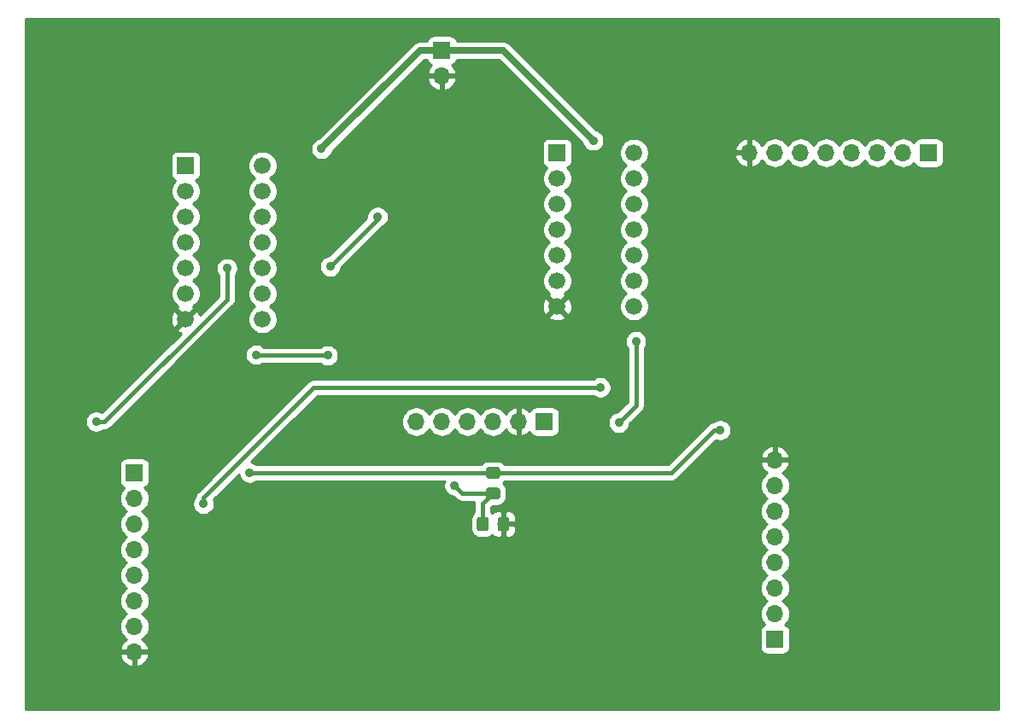
<source format=gbr>
G04 #@! TF.GenerationSoftware,KiCad,Pcbnew,(5.1.0)-1*
G04 #@! TF.CreationDate,2019-05-27T15:49:11-07:00*
G04 #@! TF.ProjectId,CC_Interconnect,43435f49-6e74-4657-9263-6f6e6e656374,rev?*
G04 #@! TF.SameCoordinates,Original*
G04 #@! TF.FileFunction,Copper,L1,Top*
G04 #@! TF.FilePolarity,Positive*
%FSLAX46Y46*%
G04 Gerber Fmt 4.6, Leading zero omitted, Abs format (unit mm)*
G04 Created by KiCad (PCBNEW (5.1.0)-1) date 2019-05-27 15:49:11*
%MOMM*%
%LPD*%
G04 APERTURE LIST*
%ADD10R,1.676400X1.676400*%
%ADD11C,1.676400*%
%ADD12R,1.700000X1.700000*%
%ADD13O,1.700000X1.700000*%
%ADD14C,0.100000*%
%ADD15C,1.150000*%
%ADD16C,0.901600*%
%ADD17C,0.635000*%
%ADD18C,0.406400*%
%ADD19C,0.254000*%
G04 APERTURE END LIST*
D10*
X121920000Y-26670000D03*
D11*
X121920000Y-29210000D03*
X121920000Y-31750000D03*
X121920000Y-34290000D03*
X121920000Y-36830000D03*
X121920000Y-39370000D03*
X121920000Y-41910000D03*
X129540000Y-41910000D03*
X129540000Y-39370000D03*
X129540000Y-36830000D03*
X129540000Y-34290000D03*
X129540000Y-31750000D03*
X129540000Y-29210000D03*
X129540000Y-26670000D03*
D12*
X110490000Y-16510000D03*
D13*
X110490000Y-19050000D03*
D12*
X120650000Y-53340000D03*
D13*
X118110000Y-53340000D03*
X115570000Y-53340000D03*
X113030000Y-53340000D03*
X110490000Y-53340000D03*
X107950000Y-53340000D03*
D12*
X80010000Y-58420000D03*
D13*
X80010000Y-60960000D03*
X80010000Y-63500000D03*
X80010000Y-66040000D03*
X80010000Y-68580000D03*
X80010000Y-71120000D03*
X80010000Y-73660000D03*
X80010000Y-76200000D03*
X140970000Y-26670000D03*
X143510000Y-26670000D03*
X146050000Y-26670000D03*
X148590000Y-26670000D03*
X151130000Y-26670000D03*
X153670000Y-26670000D03*
X156210000Y-26670000D03*
D12*
X158750000Y-26670000D03*
X143510000Y-74930000D03*
D13*
X143510000Y-72390000D03*
X143510000Y-69850000D03*
X143510000Y-67310000D03*
X143510000Y-64770000D03*
X143510000Y-62230000D03*
X143510000Y-59690000D03*
X143510000Y-57150000D03*
D14*
G36*
X116044505Y-57846204D02*
G01*
X116068773Y-57849804D01*
X116092572Y-57855765D01*
X116115671Y-57864030D01*
X116137850Y-57874520D01*
X116158893Y-57887132D01*
X116178599Y-57901747D01*
X116196777Y-57918223D01*
X116213253Y-57936401D01*
X116227868Y-57956107D01*
X116240480Y-57977150D01*
X116250970Y-57999329D01*
X116259235Y-58022428D01*
X116265196Y-58046227D01*
X116268796Y-58070495D01*
X116270000Y-58094999D01*
X116270000Y-58745001D01*
X116268796Y-58769505D01*
X116265196Y-58793773D01*
X116259235Y-58817572D01*
X116250970Y-58840671D01*
X116240480Y-58862850D01*
X116227868Y-58883893D01*
X116213253Y-58903599D01*
X116196777Y-58921777D01*
X116178599Y-58938253D01*
X116158893Y-58952868D01*
X116137850Y-58965480D01*
X116115671Y-58975970D01*
X116092572Y-58984235D01*
X116068773Y-58990196D01*
X116044505Y-58993796D01*
X116020001Y-58995000D01*
X115119999Y-58995000D01*
X115095495Y-58993796D01*
X115071227Y-58990196D01*
X115047428Y-58984235D01*
X115024329Y-58975970D01*
X115002150Y-58965480D01*
X114981107Y-58952868D01*
X114961401Y-58938253D01*
X114943223Y-58921777D01*
X114926747Y-58903599D01*
X114912132Y-58883893D01*
X114899520Y-58862850D01*
X114889030Y-58840671D01*
X114880765Y-58817572D01*
X114874804Y-58793773D01*
X114871204Y-58769505D01*
X114870000Y-58745001D01*
X114870000Y-58094999D01*
X114871204Y-58070495D01*
X114874804Y-58046227D01*
X114880765Y-58022428D01*
X114889030Y-57999329D01*
X114899520Y-57977150D01*
X114912132Y-57956107D01*
X114926747Y-57936401D01*
X114943223Y-57918223D01*
X114961401Y-57901747D01*
X114981107Y-57887132D01*
X115002150Y-57874520D01*
X115024329Y-57864030D01*
X115047428Y-57855765D01*
X115071227Y-57849804D01*
X115095495Y-57846204D01*
X115119999Y-57845000D01*
X116020001Y-57845000D01*
X116044505Y-57846204D01*
X116044505Y-57846204D01*
G37*
D15*
X115570000Y-58420000D03*
D14*
G36*
X116044505Y-59896204D02*
G01*
X116068773Y-59899804D01*
X116092572Y-59905765D01*
X116115671Y-59914030D01*
X116137850Y-59924520D01*
X116158893Y-59937132D01*
X116178599Y-59951747D01*
X116196777Y-59968223D01*
X116213253Y-59986401D01*
X116227868Y-60006107D01*
X116240480Y-60027150D01*
X116250970Y-60049329D01*
X116259235Y-60072428D01*
X116265196Y-60096227D01*
X116268796Y-60120495D01*
X116270000Y-60144999D01*
X116270000Y-60795001D01*
X116268796Y-60819505D01*
X116265196Y-60843773D01*
X116259235Y-60867572D01*
X116250970Y-60890671D01*
X116240480Y-60912850D01*
X116227868Y-60933893D01*
X116213253Y-60953599D01*
X116196777Y-60971777D01*
X116178599Y-60988253D01*
X116158893Y-61002868D01*
X116137850Y-61015480D01*
X116115671Y-61025970D01*
X116092572Y-61034235D01*
X116068773Y-61040196D01*
X116044505Y-61043796D01*
X116020001Y-61045000D01*
X115119999Y-61045000D01*
X115095495Y-61043796D01*
X115071227Y-61040196D01*
X115047428Y-61034235D01*
X115024329Y-61025970D01*
X115002150Y-61015480D01*
X114981107Y-61002868D01*
X114961401Y-60988253D01*
X114943223Y-60971777D01*
X114926747Y-60953599D01*
X114912132Y-60933893D01*
X114899520Y-60912850D01*
X114889030Y-60890671D01*
X114880765Y-60867572D01*
X114874804Y-60843773D01*
X114871204Y-60819505D01*
X114870000Y-60795001D01*
X114870000Y-60144999D01*
X114871204Y-60120495D01*
X114874804Y-60096227D01*
X114880765Y-60072428D01*
X114889030Y-60049329D01*
X114899520Y-60027150D01*
X114912132Y-60006107D01*
X114926747Y-59986401D01*
X114943223Y-59968223D01*
X114961401Y-59951747D01*
X114981107Y-59937132D01*
X115002150Y-59924520D01*
X115024329Y-59914030D01*
X115047428Y-59905765D01*
X115071227Y-59899804D01*
X115095495Y-59896204D01*
X115119999Y-59895000D01*
X116020001Y-59895000D01*
X116044505Y-59896204D01*
X116044505Y-59896204D01*
G37*
D15*
X115570000Y-60470000D03*
D14*
G36*
X114894505Y-62801204D02*
G01*
X114918773Y-62804804D01*
X114942572Y-62810765D01*
X114965671Y-62819030D01*
X114987850Y-62829520D01*
X115008893Y-62842132D01*
X115028599Y-62856747D01*
X115046777Y-62873223D01*
X115063253Y-62891401D01*
X115077868Y-62911107D01*
X115090480Y-62932150D01*
X115100970Y-62954329D01*
X115109235Y-62977428D01*
X115115196Y-63001227D01*
X115118796Y-63025495D01*
X115120000Y-63049999D01*
X115120000Y-63950001D01*
X115118796Y-63974505D01*
X115115196Y-63998773D01*
X115109235Y-64022572D01*
X115100970Y-64045671D01*
X115090480Y-64067850D01*
X115077868Y-64088893D01*
X115063253Y-64108599D01*
X115046777Y-64126777D01*
X115028599Y-64143253D01*
X115008893Y-64157868D01*
X114987850Y-64170480D01*
X114965671Y-64180970D01*
X114942572Y-64189235D01*
X114918773Y-64195196D01*
X114894505Y-64198796D01*
X114870001Y-64200000D01*
X114219999Y-64200000D01*
X114195495Y-64198796D01*
X114171227Y-64195196D01*
X114147428Y-64189235D01*
X114124329Y-64180970D01*
X114102150Y-64170480D01*
X114081107Y-64157868D01*
X114061401Y-64143253D01*
X114043223Y-64126777D01*
X114026747Y-64108599D01*
X114012132Y-64088893D01*
X113999520Y-64067850D01*
X113989030Y-64045671D01*
X113980765Y-64022572D01*
X113974804Y-63998773D01*
X113971204Y-63974505D01*
X113970000Y-63950001D01*
X113970000Y-63049999D01*
X113971204Y-63025495D01*
X113974804Y-63001227D01*
X113980765Y-62977428D01*
X113989030Y-62954329D01*
X113999520Y-62932150D01*
X114012132Y-62911107D01*
X114026747Y-62891401D01*
X114043223Y-62873223D01*
X114061401Y-62856747D01*
X114081107Y-62842132D01*
X114102150Y-62829520D01*
X114124329Y-62819030D01*
X114147428Y-62810765D01*
X114171227Y-62804804D01*
X114195495Y-62801204D01*
X114219999Y-62800000D01*
X114870001Y-62800000D01*
X114894505Y-62801204D01*
X114894505Y-62801204D01*
G37*
D15*
X114545000Y-63500000D03*
D14*
G36*
X116944505Y-62801204D02*
G01*
X116968773Y-62804804D01*
X116992572Y-62810765D01*
X117015671Y-62819030D01*
X117037850Y-62829520D01*
X117058893Y-62842132D01*
X117078599Y-62856747D01*
X117096777Y-62873223D01*
X117113253Y-62891401D01*
X117127868Y-62911107D01*
X117140480Y-62932150D01*
X117150970Y-62954329D01*
X117159235Y-62977428D01*
X117165196Y-63001227D01*
X117168796Y-63025495D01*
X117170000Y-63049999D01*
X117170000Y-63950001D01*
X117168796Y-63974505D01*
X117165196Y-63998773D01*
X117159235Y-64022572D01*
X117150970Y-64045671D01*
X117140480Y-64067850D01*
X117127868Y-64088893D01*
X117113253Y-64108599D01*
X117096777Y-64126777D01*
X117078599Y-64143253D01*
X117058893Y-64157868D01*
X117037850Y-64170480D01*
X117015671Y-64180970D01*
X116992572Y-64189235D01*
X116968773Y-64195196D01*
X116944505Y-64198796D01*
X116920001Y-64200000D01*
X116269999Y-64200000D01*
X116245495Y-64198796D01*
X116221227Y-64195196D01*
X116197428Y-64189235D01*
X116174329Y-64180970D01*
X116152150Y-64170480D01*
X116131107Y-64157868D01*
X116111401Y-64143253D01*
X116093223Y-64126777D01*
X116076747Y-64108599D01*
X116062132Y-64088893D01*
X116049520Y-64067850D01*
X116039030Y-64045671D01*
X116030765Y-64022572D01*
X116024804Y-63998773D01*
X116021204Y-63974505D01*
X116020000Y-63950001D01*
X116020000Y-63049999D01*
X116021204Y-63025495D01*
X116024804Y-63001227D01*
X116030765Y-62977428D01*
X116039030Y-62954329D01*
X116049520Y-62932150D01*
X116062132Y-62911107D01*
X116076747Y-62891401D01*
X116093223Y-62873223D01*
X116111401Y-62856747D01*
X116131107Y-62842132D01*
X116152150Y-62829520D01*
X116174329Y-62819030D01*
X116197428Y-62810765D01*
X116221227Y-62804804D01*
X116245495Y-62801204D01*
X116269999Y-62800000D01*
X116920001Y-62800000D01*
X116944505Y-62801204D01*
X116944505Y-62801204D01*
G37*
D15*
X116595000Y-63500000D03*
D10*
X85090000Y-27940000D03*
D11*
X85090000Y-30480000D03*
X85090000Y-33020000D03*
X85090000Y-35560000D03*
X85090000Y-38100000D03*
X85090000Y-40640000D03*
X85090000Y-43180000D03*
X92710000Y-43180000D03*
X92710000Y-40640000D03*
X92710000Y-38100000D03*
X92710000Y-35560000D03*
X92710000Y-33020000D03*
X92710000Y-30480000D03*
X92710000Y-27940000D03*
D16*
X125500000Y-25450000D03*
X98570000Y-26290000D03*
X111760000Y-59690000D03*
X91440000Y-58420000D03*
X138100000Y-54180000D03*
X76220000Y-53350000D03*
X89200000Y-38130000D03*
X86870000Y-61510000D03*
X126220000Y-49940000D03*
X99430000Y-37960000D03*
X104140000Y-33020000D03*
X129740000Y-45360000D03*
X128040000Y-53450000D03*
X99170000Y-46780000D03*
X92080000Y-46710000D03*
D17*
X110490000Y-16510000D02*
X116560000Y-16510000D01*
X116560000Y-16510000D02*
X125500000Y-25450000D01*
X110490000Y-16510000D02*
X108350000Y-16510000D01*
X108350000Y-16510000D02*
X98570000Y-26290000D01*
D18*
X114545000Y-61495000D02*
X115570000Y-60470000D01*
X114545000Y-63500000D02*
X114545000Y-61495000D01*
X115570000Y-60470000D02*
X112540000Y-60470000D01*
X112540000Y-60470000D02*
X111760000Y-59690000D01*
X115570000Y-58420000D02*
X91440000Y-58420000D01*
X116370000Y-58420000D02*
X115570000Y-58420000D01*
X133222473Y-58420000D02*
X116370000Y-58420000D01*
X137462473Y-54180000D02*
X133222473Y-58420000D01*
X138100000Y-54180000D02*
X137462473Y-54180000D01*
X89200000Y-41212746D02*
X89200000Y-38130000D01*
X76220000Y-53350000D02*
X77062746Y-53350000D01*
X77062746Y-53350000D02*
X89200000Y-41212746D01*
X97802473Y-49940000D02*
X126220000Y-49940000D01*
X86870000Y-61510000D02*
X86870000Y-60872473D01*
X86870000Y-60872473D02*
X97802473Y-49940000D01*
X99430000Y-37960000D02*
X104140000Y-33250000D01*
X104140000Y-33250000D02*
X104140000Y-33020000D01*
X129740000Y-45360000D02*
X129740000Y-51750000D01*
X129740000Y-51750000D02*
X128040000Y-53450000D01*
X99170000Y-46780000D02*
X92150000Y-46780000D01*
X92150000Y-46780000D02*
X92080000Y-46710000D01*
D19*
G36*
X165710001Y-81890000D02*
G01*
X69240000Y-81890000D01*
X69240000Y-76556890D01*
X78568524Y-76556890D01*
X78613175Y-76704099D01*
X78738359Y-76966920D01*
X78912412Y-77200269D01*
X79128645Y-77395178D01*
X79378748Y-77544157D01*
X79653109Y-77641481D01*
X79883000Y-77520814D01*
X79883000Y-76327000D01*
X80137000Y-76327000D01*
X80137000Y-77520814D01*
X80366891Y-77641481D01*
X80641252Y-77544157D01*
X80891355Y-77395178D01*
X81107588Y-77200269D01*
X81281641Y-76966920D01*
X81406825Y-76704099D01*
X81451476Y-76556890D01*
X81330155Y-76327000D01*
X80137000Y-76327000D01*
X79883000Y-76327000D01*
X78689845Y-76327000D01*
X78568524Y-76556890D01*
X69240000Y-76556890D01*
X69240000Y-60960000D01*
X78517815Y-60960000D01*
X78546487Y-61251111D01*
X78631401Y-61531034D01*
X78769294Y-61789014D01*
X78954866Y-62015134D01*
X79180986Y-62200706D01*
X79235791Y-62230000D01*
X79180986Y-62259294D01*
X78954866Y-62444866D01*
X78769294Y-62670986D01*
X78631401Y-62928966D01*
X78546487Y-63208889D01*
X78517815Y-63500000D01*
X78546487Y-63791111D01*
X78631401Y-64071034D01*
X78769294Y-64329014D01*
X78954866Y-64555134D01*
X79180986Y-64740706D01*
X79235791Y-64770000D01*
X79180986Y-64799294D01*
X78954866Y-64984866D01*
X78769294Y-65210986D01*
X78631401Y-65468966D01*
X78546487Y-65748889D01*
X78517815Y-66040000D01*
X78546487Y-66331111D01*
X78631401Y-66611034D01*
X78769294Y-66869014D01*
X78954866Y-67095134D01*
X79180986Y-67280706D01*
X79235791Y-67310000D01*
X79180986Y-67339294D01*
X78954866Y-67524866D01*
X78769294Y-67750986D01*
X78631401Y-68008966D01*
X78546487Y-68288889D01*
X78517815Y-68580000D01*
X78546487Y-68871111D01*
X78631401Y-69151034D01*
X78769294Y-69409014D01*
X78954866Y-69635134D01*
X79180986Y-69820706D01*
X79235791Y-69850000D01*
X79180986Y-69879294D01*
X78954866Y-70064866D01*
X78769294Y-70290986D01*
X78631401Y-70548966D01*
X78546487Y-70828889D01*
X78517815Y-71120000D01*
X78546487Y-71411111D01*
X78631401Y-71691034D01*
X78769294Y-71949014D01*
X78954866Y-72175134D01*
X79180986Y-72360706D01*
X79235791Y-72390000D01*
X79180986Y-72419294D01*
X78954866Y-72604866D01*
X78769294Y-72830986D01*
X78631401Y-73088966D01*
X78546487Y-73368889D01*
X78517815Y-73660000D01*
X78546487Y-73951111D01*
X78631401Y-74231034D01*
X78769294Y-74489014D01*
X78954866Y-74715134D01*
X79180986Y-74900706D01*
X79245523Y-74935201D01*
X79128645Y-75004822D01*
X78912412Y-75199731D01*
X78738359Y-75433080D01*
X78613175Y-75695901D01*
X78568524Y-75843110D01*
X78689845Y-76073000D01*
X79883000Y-76073000D01*
X79883000Y-76053000D01*
X80137000Y-76053000D01*
X80137000Y-76073000D01*
X81330155Y-76073000D01*
X81451476Y-75843110D01*
X81406825Y-75695901D01*
X81281641Y-75433080D01*
X81107588Y-75199731D01*
X80891355Y-75004822D01*
X80774477Y-74935201D01*
X80839014Y-74900706D01*
X81065134Y-74715134D01*
X81250706Y-74489014D01*
X81388599Y-74231034D01*
X81473513Y-73951111D01*
X81502185Y-73660000D01*
X81473513Y-73368889D01*
X81388599Y-73088966D01*
X81250706Y-72830986D01*
X81065134Y-72604866D01*
X80839014Y-72419294D01*
X80784209Y-72390000D01*
X80839014Y-72360706D01*
X81065134Y-72175134D01*
X81250706Y-71949014D01*
X81388599Y-71691034D01*
X81473513Y-71411111D01*
X81502185Y-71120000D01*
X81473513Y-70828889D01*
X81388599Y-70548966D01*
X81250706Y-70290986D01*
X81065134Y-70064866D01*
X80839014Y-69879294D01*
X80784209Y-69850000D01*
X80839014Y-69820706D01*
X81065134Y-69635134D01*
X81250706Y-69409014D01*
X81388599Y-69151034D01*
X81473513Y-68871111D01*
X81502185Y-68580000D01*
X81473513Y-68288889D01*
X81388599Y-68008966D01*
X81250706Y-67750986D01*
X81065134Y-67524866D01*
X80839014Y-67339294D01*
X80784209Y-67310000D01*
X80839014Y-67280706D01*
X81065134Y-67095134D01*
X81250706Y-66869014D01*
X81388599Y-66611034D01*
X81473513Y-66331111D01*
X81502185Y-66040000D01*
X81473513Y-65748889D01*
X81388599Y-65468966D01*
X81250706Y-65210986D01*
X81065134Y-64984866D01*
X80839014Y-64799294D01*
X80784209Y-64770000D01*
X80839014Y-64740706D01*
X81065134Y-64555134D01*
X81250706Y-64329014D01*
X81388599Y-64071034D01*
X81473513Y-63791111D01*
X81502185Y-63500000D01*
X81473513Y-63208889D01*
X81388599Y-62928966D01*
X81250706Y-62670986D01*
X81065134Y-62444866D01*
X80839014Y-62259294D01*
X80784209Y-62230000D01*
X80839014Y-62200706D01*
X81065134Y-62015134D01*
X81250706Y-61789014D01*
X81388599Y-61531034D01*
X81427420Y-61403058D01*
X85784200Y-61403058D01*
X85784200Y-61616942D01*
X85825926Y-61826716D01*
X85907776Y-62024319D01*
X86026604Y-62202157D01*
X86177843Y-62353396D01*
X86355681Y-62472224D01*
X86553284Y-62554074D01*
X86763058Y-62595800D01*
X86976942Y-62595800D01*
X87186716Y-62554074D01*
X87384319Y-62472224D01*
X87562157Y-62353396D01*
X87713396Y-62202157D01*
X87832224Y-62024319D01*
X87914074Y-61826716D01*
X87955800Y-61616942D01*
X87955800Y-61403058D01*
X87914074Y-61193284D01*
X87861502Y-61066364D01*
X90361952Y-58565914D01*
X90395926Y-58736716D01*
X90477776Y-58934319D01*
X90596604Y-59112157D01*
X90747843Y-59263396D01*
X90925681Y-59382224D01*
X91123284Y-59464074D01*
X91333058Y-59505800D01*
X91546942Y-59505800D01*
X91756716Y-59464074D01*
X91954319Y-59382224D01*
X92132157Y-59263396D01*
X92137353Y-59258200D01*
X110763595Y-59258200D01*
X110715926Y-59373284D01*
X110674200Y-59583058D01*
X110674200Y-59796942D01*
X110715926Y-60006716D01*
X110797776Y-60204319D01*
X110916604Y-60382157D01*
X111067843Y-60533396D01*
X111245681Y-60652224D01*
X111443284Y-60734074D01*
X111653058Y-60775800D01*
X111660406Y-60775800D01*
X111918192Y-61033586D01*
X111944436Y-61065564D01*
X112072068Y-61170309D01*
X112217683Y-61248142D01*
X112375684Y-61296071D01*
X112498830Y-61308200D01*
X112498837Y-61308200D01*
X112540000Y-61312254D01*
X112581163Y-61308200D01*
X113725750Y-61308200D01*
X113718929Y-61330685D01*
X113702746Y-61495000D01*
X113706801Y-61536172D01*
X113706801Y-62327855D01*
X113592038Y-62422038D01*
X113481595Y-62556613D01*
X113399528Y-62710149D01*
X113348992Y-62876745D01*
X113331928Y-63049999D01*
X113331928Y-63950001D01*
X113348992Y-64123255D01*
X113399528Y-64289851D01*
X113481595Y-64443387D01*
X113592038Y-64577962D01*
X113726613Y-64688405D01*
X113880149Y-64770472D01*
X114046745Y-64821008D01*
X114219999Y-64838072D01*
X114870001Y-64838072D01*
X115043255Y-64821008D01*
X115209851Y-64770472D01*
X115363387Y-64688405D01*
X115497962Y-64577962D01*
X115503342Y-64571406D01*
X115568815Y-64651185D01*
X115665506Y-64730537D01*
X115775820Y-64789502D01*
X115895518Y-64825812D01*
X116020000Y-64838072D01*
X116309250Y-64835000D01*
X116468000Y-64676250D01*
X116468000Y-63627000D01*
X116722000Y-63627000D01*
X116722000Y-64676250D01*
X116880750Y-64835000D01*
X117170000Y-64838072D01*
X117294482Y-64825812D01*
X117414180Y-64789502D01*
X117524494Y-64730537D01*
X117621185Y-64651185D01*
X117700537Y-64554494D01*
X117759502Y-64444180D01*
X117795812Y-64324482D01*
X117808072Y-64200000D01*
X117805000Y-63785750D01*
X117646250Y-63627000D01*
X116722000Y-63627000D01*
X116468000Y-63627000D01*
X116448000Y-63627000D01*
X116448000Y-63373000D01*
X116468000Y-63373000D01*
X116468000Y-62323750D01*
X116722000Y-62323750D01*
X116722000Y-63373000D01*
X117646250Y-63373000D01*
X117805000Y-63214250D01*
X117808072Y-62800000D01*
X117795812Y-62675518D01*
X117759502Y-62555820D01*
X117700537Y-62445506D01*
X117621185Y-62348815D01*
X117524494Y-62269463D01*
X117414180Y-62210498D01*
X117294482Y-62174188D01*
X117170000Y-62161928D01*
X116880750Y-62165000D01*
X116722000Y-62323750D01*
X116468000Y-62323750D01*
X116309250Y-62165000D01*
X116020000Y-62161928D01*
X115895518Y-62174188D01*
X115775820Y-62210498D01*
X115665506Y-62269463D01*
X115568815Y-62348815D01*
X115503342Y-62428594D01*
X115497962Y-62422038D01*
X115383200Y-62327855D01*
X115383200Y-61842193D01*
X115542321Y-61683072D01*
X116020001Y-61683072D01*
X116193255Y-61666008D01*
X116359851Y-61615472D01*
X116513387Y-61533405D01*
X116647962Y-61422962D01*
X116758405Y-61288387D01*
X116840472Y-61134851D01*
X116891008Y-60968255D01*
X116908072Y-60795001D01*
X116908072Y-60144999D01*
X116891008Y-59971745D01*
X116840472Y-59805149D01*
X116778924Y-59690000D01*
X142017815Y-59690000D01*
X142046487Y-59981111D01*
X142131401Y-60261034D01*
X142269294Y-60519014D01*
X142454866Y-60745134D01*
X142680986Y-60930706D01*
X142735791Y-60960000D01*
X142680986Y-60989294D01*
X142454866Y-61174866D01*
X142269294Y-61400986D01*
X142131401Y-61658966D01*
X142046487Y-61938889D01*
X142017815Y-62230000D01*
X142046487Y-62521111D01*
X142131401Y-62801034D01*
X142269294Y-63059014D01*
X142454866Y-63285134D01*
X142680986Y-63470706D01*
X142735791Y-63500000D01*
X142680986Y-63529294D01*
X142454866Y-63714866D01*
X142269294Y-63940986D01*
X142131401Y-64198966D01*
X142046487Y-64478889D01*
X142017815Y-64770000D01*
X142046487Y-65061111D01*
X142131401Y-65341034D01*
X142269294Y-65599014D01*
X142454866Y-65825134D01*
X142680986Y-66010706D01*
X142735791Y-66040000D01*
X142680986Y-66069294D01*
X142454866Y-66254866D01*
X142269294Y-66480986D01*
X142131401Y-66738966D01*
X142046487Y-67018889D01*
X142017815Y-67310000D01*
X142046487Y-67601111D01*
X142131401Y-67881034D01*
X142269294Y-68139014D01*
X142454866Y-68365134D01*
X142680986Y-68550706D01*
X142735791Y-68580000D01*
X142680986Y-68609294D01*
X142454866Y-68794866D01*
X142269294Y-69020986D01*
X142131401Y-69278966D01*
X142046487Y-69558889D01*
X142017815Y-69850000D01*
X142046487Y-70141111D01*
X142131401Y-70421034D01*
X142269294Y-70679014D01*
X142454866Y-70905134D01*
X142680986Y-71090706D01*
X142735791Y-71120000D01*
X142680986Y-71149294D01*
X142454866Y-71334866D01*
X142269294Y-71560986D01*
X142131401Y-71818966D01*
X142046487Y-72098889D01*
X142017815Y-72390000D01*
X142046487Y-72681111D01*
X142131401Y-72961034D01*
X142269294Y-73219014D01*
X142454866Y-73445134D01*
X142484687Y-73469607D01*
X142415820Y-73490498D01*
X142305506Y-73549463D01*
X142208815Y-73628815D01*
X142129463Y-73725506D01*
X142070498Y-73835820D01*
X142034188Y-73955518D01*
X142021928Y-74080000D01*
X142021928Y-75780000D01*
X142034188Y-75904482D01*
X142070498Y-76024180D01*
X142129463Y-76134494D01*
X142208815Y-76231185D01*
X142305506Y-76310537D01*
X142415820Y-76369502D01*
X142535518Y-76405812D01*
X142660000Y-76418072D01*
X144360000Y-76418072D01*
X144484482Y-76405812D01*
X144604180Y-76369502D01*
X144714494Y-76310537D01*
X144811185Y-76231185D01*
X144890537Y-76134494D01*
X144949502Y-76024180D01*
X144985812Y-75904482D01*
X144998072Y-75780000D01*
X144998072Y-74080000D01*
X144985812Y-73955518D01*
X144949502Y-73835820D01*
X144890537Y-73725506D01*
X144811185Y-73628815D01*
X144714494Y-73549463D01*
X144604180Y-73490498D01*
X144535313Y-73469607D01*
X144565134Y-73445134D01*
X144750706Y-73219014D01*
X144888599Y-72961034D01*
X144973513Y-72681111D01*
X145002185Y-72390000D01*
X144973513Y-72098889D01*
X144888599Y-71818966D01*
X144750706Y-71560986D01*
X144565134Y-71334866D01*
X144339014Y-71149294D01*
X144284209Y-71120000D01*
X144339014Y-71090706D01*
X144565134Y-70905134D01*
X144750706Y-70679014D01*
X144888599Y-70421034D01*
X144973513Y-70141111D01*
X145002185Y-69850000D01*
X144973513Y-69558889D01*
X144888599Y-69278966D01*
X144750706Y-69020986D01*
X144565134Y-68794866D01*
X144339014Y-68609294D01*
X144284209Y-68580000D01*
X144339014Y-68550706D01*
X144565134Y-68365134D01*
X144750706Y-68139014D01*
X144888599Y-67881034D01*
X144973513Y-67601111D01*
X145002185Y-67310000D01*
X144973513Y-67018889D01*
X144888599Y-66738966D01*
X144750706Y-66480986D01*
X144565134Y-66254866D01*
X144339014Y-66069294D01*
X144284209Y-66040000D01*
X144339014Y-66010706D01*
X144565134Y-65825134D01*
X144750706Y-65599014D01*
X144888599Y-65341034D01*
X144973513Y-65061111D01*
X145002185Y-64770000D01*
X144973513Y-64478889D01*
X144888599Y-64198966D01*
X144750706Y-63940986D01*
X144565134Y-63714866D01*
X144339014Y-63529294D01*
X144284209Y-63500000D01*
X144339014Y-63470706D01*
X144565134Y-63285134D01*
X144750706Y-63059014D01*
X144888599Y-62801034D01*
X144973513Y-62521111D01*
X145002185Y-62230000D01*
X144973513Y-61938889D01*
X144888599Y-61658966D01*
X144750706Y-61400986D01*
X144565134Y-61174866D01*
X144339014Y-60989294D01*
X144284209Y-60960000D01*
X144339014Y-60930706D01*
X144565134Y-60745134D01*
X144750706Y-60519014D01*
X144888599Y-60261034D01*
X144973513Y-59981111D01*
X145002185Y-59690000D01*
X144973513Y-59398889D01*
X144888599Y-59118966D01*
X144750706Y-58860986D01*
X144565134Y-58634866D01*
X144339014Y-58449294D01*
X144274477Y-58414799D01*
X144391355Y-58345178D01*
X144607588Y-58150269D01*
X144781641Y-57916920D01*
X144906825Y-57654099D01*
X144951476Y-57506890D01*
X144830155Y-57277000D01*
X143637000Y-57277000D01*
X143637000Y-57297000D01*
X143383000Y-57297000D01*
X143383000Y-57277000D01*
X142189845Y-57277000D01*
X142068524Y-57506890D01*
X142113175Y-57654099D01*
X142238359Y-57916920D01*
X142412412Y-58150269D01*
X142628645Y-58345178D01*
X142745523Y-58414799D01*
X142680986Y-58449294D01*
X142454866Y-58634866D01*
X142269294Y-58860986D01*
X142131401Y-59118966D01*
X142046487Y-59398889D01*
X142017815Y-59690000D01*
X116778924Y-59690000D01*
X116758405Y-59651613D01*
X116647962Y-59517038D01*
X116560184Y-59445000D01*
X116647962Y-59372962D01*
X116742145Y-59258200D01*
X133181310Y-59258200D01*
X133222473Y-59262254D01*
X133263636Y-59258200D01*
X133263643Y-59258200D01*
X133386789Y-59246071D01*
X133544790Y-59198142D01*
X133690405Y-59120309D01*
X133818037Y-59015564D01*
X133844284Y-58983582D01*
X136034756Y-56793110D01*
X142068524Y-56793110D01*
X142189845Y-57023000D01*
X143383000Y-57023000D01*
X143383000Y-55829186D01*
X143637000Y-55829186D01*
X143637000Y-57023000D01*
X144830155Y-57023000D01*
X144951476Y-56793110D01*
X144906825Y-56645901D01*
X144781641Y-56383080D01*
X144607588Y-56149731D01*
X144391355Y-55954822D01*
X144141252Y-55805843D01*
X143866891Y-55708519D01*
X143637000Y-55829186D01*
X143383000Y-55829186D01*
X143153109Y-55708519D01*
X142878748Y-55805843D01*
X142628645Y-55954822D01*
X142412412Y-56149731D01*
X142238359Y-56383080D01*
X142113175Y-56645901D01*
X142068524Y-56793110D01*
X136034756Y-56793110D01*
X137656364Y-55171502D01*
X137783284Y-55224074D01*
X137993058Y-55265800D01*
X138206942Y-55265800D01*
X138416716Y-55224074D01*
X138614319Y-55142224D01*
X138792157Y-55023396D01*
X138943396Y-54872157D01*
X139062224Y-54694319D01*
X139144074Y-54496716D01*
X139185800Y-54286942D01*
X139185800Y-54073058D01*
X139144074Y-53863284D01*
X139062224Y-53665681D01*
X138943396Y-53487843D01*
X138792157Y-53336604D01*
X138614319Y-53217776D01*
X138416716Y-53135926D01*
X138206942Y-53094200D01*
X137993058Y-53094200D01*
X137783284Y-53135926D01*
X137585681Y-53217776D01*
X137407843Y-53336604D01*
X137400609Y-53343838D01*
X137298157Y-53353929D01*
X137140156Y-53401858D01*
X136994541Y-53479691D01*
X136866909Y-53584436D01*
X136840662Y-53616418D01*
X132875280Y-57581800D01*
X116742145Y-57581800D01*
X116647962Y-57467038D01*
X116513387Y-57356595D01*
X116359851Y-57274528D01*
X116193255Y-57223992D01*
X116020001Y-57206928D01*
X115119999Y-57206928D01*
X114946745Y-57223992D01*
X114780149Y-57274528D01*
X114626613Y-57356595D01*
X114492038Y-57467038D01*
X114397855Y-57581800D01*
X92137353Y-57581800D01*
X92132157Y-57576604D01*
X91954319Y-57457776D01*
X91756716Y-57375926D01*
X91585914Y-57341952D01*
X95587866Y-53340000D01*
X106457815Y-53340000D01*
X106486487Y-53631111D01*
X106571401Y-53911034D01*
X106709294Y-54169014D01*
X106894866Y-54395134D01*
X107120986Y-54580706D01*
X107378966Y-54718599D01*
X107658889Y-54803513D01*
X107877050Y-54825000D01*
X108022950Y-54825000D01*
X108241111Y-54803513D01*
X108521034Y-54718599D01*
X108779014Y-54580706D01*
X109005134Y-54395134D01*
X109190706Y-54169014D01*
X109220000Y-54114209D01*
X109249294Y-54169014D01*
X109434866Y-54395134D01*
X109660986Y-54580706D01*
X109918966Y-54718599D01*
X110198889Y-54803513D01*
X110417050Y-54825000D01*
X110562950Y-54825000D01*
X110781111Y-54803513D01*
X111061034Y-54718599D01*
X111319014Y-54580706D01*
X111545134Y-54395134D01*
X111730706Y-54169014D01*
X111760000Y-54114209D01*
X111789294Y-54169014D01*
X111974866Y-54395134D01*
X112200986Y-54580706D01*
X112458966Y-54718599D01*
X112738889Y-54803513D01*
X112957050Y-54825000D01*
X113102950Y-54825000D01*
X113321111Y-54803513D01*
X113601034Y-54718599D01*
X113859014Y-54580706D01*
X114085134Y-54395134D01*
X114270706Y-54169014D01*
X114300000Y-54114209D01*
X114329294Y-54169014D01*
X114514866Y-54395134D01*
X114740986Y-54580706D01*
X114998966Y-54718599D01*
X115278889Y-54803513D01*
X115497050Y-54825000D01*
X115642950Y-54825000D01*
X115861111Y-54803513D01*
X116141034Y-54718599D01*
X116399014Y-54580706D01*
X116625134Y-54395134D01*
X116810706Y-54169014D01*
X116845201Y-54104477D01*
X116914822Y-54221355D01*
X117109731Y-54437588D01*
X117343080Y-54611641D01*
X117605901Y-54736825D01*
X117753110Y-54781476D01*
X117983000Y-54660155D01*
X117983000Y-53467000D01*
X117963000Y-53467000D01*
X117963000Y-53213000D01*
X117983000Y-53213000D01*
X117983000Y-52019845D01*
X118237000Y-52019845D01*
X118237000Y-53213000D01*
X118257000Y-53213000D01*
X118257000Y-53467000D01*
X118237000Y-53467000D01*
X118237000Y-54660155D01*
X118466890Y-54781476D01*
X118614099Y-54736825D01*
X118876920Y-54611641D01*
X119110269Y-54437588D01*
X119186034Y-54353534D01*
X119210498Y-54434180D01*
X119269463Y-54544494D01*
X119348815Y-54641185D01*
X119445506Y-54720537D01*
X119555820Y-54779502D01*
X119675518Y-54815812D01*
X119800000Y-54828072D01*
X121500000Y-54828072D01*
X121624482Y-54815812D01*
X121744180Y-54779502D01*
X121854494Y-54720537D01*
X121951185Y-54641185D01*
X122030537Y-54544494D01*
X122089502Y-54434180D01*
X122125812Y-54314482D01*
X122138072Y-54190000D01*
X122138072Y-53343058D01*
X126954200Y-53343058D01*
X126954200Y-53556942D01*
X126995926Y-53766716D01*
X127077776Y-53964319D01*
X127196604Y-54142157D01*
X127347843Y-54293396D01*
X127525681Y-54412224D01*
X127723284Y-54494074D01*
X127933058Y-54535800D01*
X128146942Y-54535800D01*
X128356716Y-54494074D01*
X128554319Y-54412224D01*
X128732157Y-54293396D01*
X128883396Y-54142157D01*
X129002224Y-53964319D01*
X129084074Y-53766716D01*
X129125800Y-53556942D01*
X129125800Y-53549593D01*
X130303588Y-52371806D01*
X130335564Y-52345564D01*
X130440309Y-52217932D01*
X130518142Y-52072317D01*
X130566071Y-51914316D01*
X130578200Y-51791170D01*
X130578200Y-51791164D01*
X130582254Y-51750001D01*
X130578200Y-51708838D01*
X130578200Y-46057353D01*
X130583396Y-46052157D01*
X130702224Y-45874319D01*
X130784074Y-45676716D01*
X130825800Y-45466942D01*
X130825800Y-45253058D01*
X130784074Y-45043284D01*
X130702224Y-44845681D01*
X130583396Y-44667843D01*
X130432157Y-44516604D01*
X130254319Y-44397776D01*
X130056716Y-44315926D01*
X129846942Y-44274200D01*
X129633058Y-44274200D01*
X129423284Y-44315926D01*
X129225681Y-44397776D01*
X129047843Y-44516604D01*
X128896604Y-44667843D01*
X128777776Y-44845681D01*
X128695926Y-45043284D01*
X128654200Y-45253058D01*
X128654200Y-45466942D01*
X128695926Y-45676716D01*
X128777776Y-45874319D01*
X128896604Y-46052157D01*
X128901800Y-46057353D01*
X128901801Y-51402805D01*
X127940407Y-52364200D01*
X127933058Y-52364200D01*
X127723284Y-52405926D01*
X127525681Y-52487776D01*
X127347843Y-52606604D01*
X127196604Y-52757843D01*
X127077776Y-52935681D01*
X126995926Y-53133284D01*
X126954200Y-53343058D01*
X122138072Y-53343058D01*
X122138072Y-52490000D01*
X122125812Y-52365518D01*
X122089502Y-52245820D01*
X122030537Y-52135506D01*
X121951185Y-52038815D01*
X121854494Y-51959463D01*
X121744180Y-51900498D01*
X121624482Y-51864188D01*
X121500000Y-51851928D01*
X119800000Y-51851928D01*
X119675518Y-51864188D01*
X119555820Y-51900498D01*
X119445506Y-51959463D01*
X119348815Y-52038815D01*
X119269463Y-52135506D01*
X119210498Y-52245820D01*
X119186034Y-52326466D01*
X119110269Y-52242412D01*
X118876920Y-52068359D01*
X118614099Y-51943175D01*
X118466890Y-51898524D01*
X118237000Y-52019845D01*
X117983000Y-52019845D01*
X117753110Y-51898524D01*
X117605901Y-51943175D01*
X117343080Y-52068359D01*
X117109731Y-52242412D01*
X116914822Y-52458645D01*
X116845201Y-52575523D01*
X116810706Y-52510986D01*
X116625134Y-52284866D01*
X116399014Y-52099294D01*
X116141034Y-51961401D01*
X115861111Y-51876487D01*
X115642950Y-51855000D01*
X115497050Y-51855000D01*
X115278889Y-51876487D01*
X114998966Y-51961401D01*
X114740986Y-52099294D01*
X114514866Y-52284866D01*
X114329294Y-52510986D01*
X114300000Y-52565791D01*
X114270706Y-52510986D01*
X114085134Y-52284866D01*
X113859014Y-52099294D01*
X113601034Y-51961401D01*
X113321111Y-51876487D01*
X113102950Y-51855000D01*
X112957050Y-51855000D01*
X112738889Y-51876487D01*
X112458966Y-51961401D01*
X112200986Y-52099294D01*
X111974866Y-52284866D01*
X111789294Y-52510986D01*
X111760000Y-52565791D01*
X111730706Y-52510986D01*
X111545134Y-52284866D01*
X111319014Y-52099294D01*
X111061034Y-51961401D01*
X110781111Y-51876487D01*
X110562950Y-51855000D01*
X110417050Y-51855000D01*
X110198889Y-51876487D01*
X109918966Y-51961401D01*
X109660986Y-52099294D01*
X109434866Y-52284866D01*
X109249294Y-52510986D01*
X109220000Y-52565791D01*
X109190706Y-52510986D01*
X109005134Y-52284866D01*
X108779014Y-52099294D01*
X108521034Y-51961401D01*
X108241111Y-51876487D01*
X108022950Y-51855000D01*
X107877050Y-51855000D01*
X107658889Y-51876487D01*
X107378966Y-51961401D01*
X107120986Y-52099294D01*
X106894866Y-52284866D01*
X106709294Y-52510986D01*
X106571401Y-52768966D01*
X106486487Y-53048889D01*
X106457815Y-53340000D01*
X95587866Y-53340000D01*
X98149667Y-50778200D01*
X125522647Y-50778200D01*
X125527843Y-50783396D01*
X125705681Y-50902224D01*
X125903284Y-50984074D01*
X126113058Y-51025800D01*
X126326942Y-51025800D01*
X126536716Y-50984074D01*
X126734319Y-50902224D01*
X126912157Y-50783396D01*
X127063396Y-50632157D01*
X127182224Y-50454319D01*
X127264074Y-50256716D01*
X127305800Y-50046942D01*
X127305800Y-49833058D01*
X127264074Y-49623284D01*
X127182224Y-49425681D01*
X127063396Y-49247843D01*
X126912157Y-49096604D01*
X126734319Y-48977776D01*
X126536716Y-48895926D01*
X126326942Y-48854200D01*
X126113058Y-48854200D01*
X125903284Y-48895926D01*
X125705681Y-48977776D01*
X125527843Y-49096604D01*
X125522647Y-49101800D01*
X97843636Y-49101800D01*
X97802473Y-49097746D01*
X97761310Y-49101800D01*
X97761303Y-49101800D01*
X97638157Y-49113929D01*
X97480156Y-49161858D01*
X97334541Y-49239691D01*
X97206909Y-49344436D01*
X97180667Y-49376412D01*
X86306413Y-60250667D01*
X86274437Y-60276909D01*
X86248195Y-60308885D01*
X86248192Y-60308888D01*
X86169691Y-60404542D01*
X86091858Y-60550157D01*
X86066329Y-60634315D01*
X86043929Y-60708157D01*
X86033838Y-60810609D01*
X86026604Y-60817843D01*
X85907776Y-60995681D01*
X85825926Y-61193284D01*
X85784200Y-61403058D01*
X81427420Y-61403058D01*
X81473513Y-61251111D01*
X81502185Y-60960000D01*
X81473513Y-60668889D01*
X81388599Y-60388966D01*
X81250706Y-60130986D01*
X81065134Y-59904866D01*
X81035313Y-59880393D01*
X81104180Y-59859502D01*
X81214494Y-59800537D01*
X81311185Y-59721185D01*
X81390537Y-59624494D01*
X81449502Y-59514180D01*
X81485812Y-59394482D01*
X81498072Y-59270000D01*
X81498072Y-57570000D01*
X81485812Y-57445518D01*
X81449502Y-57325820D01*
X81390537Y-57215506D01*
X81311185Y-57118815D01*
X81214494Y-57039463D01*
X81104180Y-56980498D01*
X80984482Y-56944188D01*
X80860000Y-56931928D01*
X79160000Y-56931928D01*
X79035518Y-56944188D01*
X78915820Y-56980498D01*
X78805506Y-57039463D01*
X78708815Y-57118815D01*
X78629463Y-57215506D01*
X78570498Y-57325820D01*
X78534188Y-57445518D01*
X78521928Y-57570000D01*
X78521928Y-59270000D01*
X78534188Y-59394482D01*
X78570498Y-59514180D01*
X78629463Y-59624494D01*
X78708815Y-59721185D01*
X78805506Y-59800537D01*
X78915820Y-59859502D01*
X78984687Y-59880393D01*
X78954866Y-59904866D01*
X78769294Y-60130986D01*
X78631401Y-60388966D01*
X78546487Y-60668889D01*
X78517815Y-60960000D01*
X69240000Y-60960000D01*
X69240000Y-53243058D01*
X75134200Y-53243058D01*
X75134200Y-53456942D01*
X75175926Y-53666716D01*
X75257776Y-53864319D01*
X75376604Y-54042157D01*
X75527843Y-54193396D01*
X75705681Y-54312224D01*
X75903284Y-54394074D01*
X76113058Y-54435800D01*
X76326942Y-54435800D01*
X76536716Y-54394074D01*
X76734319Y-54312224D01*
X76912157Y-54193396D01*
X76917353Y-54188200D01*
X77021583Y-54188200D01*
X77062746Y-54192254D01*
X77103909Y-54188200D01*
X77103916Y-54188200D01*
X77227062Y-54176071D01*
X77385063Y-54128142D01*
X77530678Y-54050309D01*
X77658310Y-53945564D01*
X77684557Y-53913582D01*
X84995081Y-46603058D01*
X90994200Y-46603058D01*
X90994200Y-46816942D01*
X91035926Y-47026716D01*
X91117776Y-47224319D01*
X91236604Y-47402157D01*
X91387843Y-47553396D01*
X91565681Y-47672224D01*
X91763284Y-47754074D01*
X91973058Y-47795800D01*
X92186942Y-47795800D01*
X92396716Y-47754074D01*
X92594319Y-47672224D01*
X92675171Y-47618200D01*
X98472647Y-47618200D01*
X98477843Y-47623396D01*
X98655681Y-47742224D01*
X98853284Y-47824074D01*
X99063058Y-47865800D01*
X99276942Y-47865800D01*
X99486716Y-47824074D01*
X99684319Y-47742224D01*
X99862157Y-47623396D01*
X100013396Y-47472157D01*
X100132224Y-47294319D01*
X100214074Y-47096716D01*
X100255800Y-46886942D01*
X100255800Y-46673058D01*
X100214074Y-46463284D01*
X100132224Y-46265681D01*
X100013396Y-46087843D01*
X99862157Y-45936604D01*
X99684319Y-45817776D01*
X99486716Y-45735926D01*
X99276942Y-45694200D01*
X99063058Y-45694200D01*
X98853284Y-45735926D01*
X98655681Y-45817776D01*
X98477843Y-45936604D01*
X98472647Y-45941800D01*
X92847353Y-45941800D01*
X92772157Y-45866604D01*
X92594319Y-45747776D01*
X92396716Y-45665926D01*
X92186942Y-45624200D01*
X91973058Y-45624200D01*
X91763284Y-45665926D01*
X91565681Y-45747776D01*
X91387843Y-45866604D01*
X91236604Y-46017843D01*
X91117776Y-46195681D01*
X91035926Y-46393284D01*
X90994200Y-46603058D01*
X84995081Y-46603058D01*
X89763589Y-41834551D01*
X89795564Y-41808310D01*
X89832410Y-41763414D01*
X89900309Y-41680678D01*
X89954598Y-41579110D01*
X89978142Y-41535063D01*
X90026071Y-41377062D01*
X90038200Y-41253916D01*
X90038200Y-41253907D01*
X90042254Y-41212747D01*
X90038200Y-41171587D01*
X90038200Y-38827353D01*
X90043396Y-38822157D01*
X90162224Y-38644319D01*
X90244074Y-38446716D01*
X90285800Y-38236942D01*
X90285800Y-38023058D01*
X90244074Y-37813284D01*
X90162224Y-37615681D01*
X90043396Y-37437843D01*
X89892157Y-37286604D01*
X89714319Y-37167776D01*
X89516716Y-37085926D01*
X89306942Y-37044200D01*
X89093058Y-37044200D01*
X88883284Y-37085926D01*
X88685681Y-37167776D01*
X88507843Y-37286604D01*
X88356604Y-37437843D01*
X88237776Y-37615681D01*
X88155926Y-37813284D01*
X88114200Y-38023058D01*
X88114200Y-38236942D01*
X88155926Y-38446716D01*
X88237776Y-38644319D01*
X88356604Y-38822157D01*
X88361801Y-38827354D01*
X88361800Y-40865552D01*
X86494530Y-42732822D01*
X86429754Y-42550372D01*
X86357844Y-42415838D01*
X86109975Y-42339630D01*
X85269605Y-43180000D01*
X85283748Y-43194143D01*
X85104143Y-43373748D01*
X85090000Y-43359605D01*
X84249630Y-44199975D01*
X84325838Y-44447844D01*
X84587865Y-44572563D01*
X84641272Y-44586081D01*
X76797416Y-52429937D01*
X76734319Y-52387776D01*
X76536716Y-52305926D01*
X76326942Y-52264200D01*
X76113058Y-52264200D01*
X75903284Y-52305926D01*
X75705681Y-52387776D01*
X75527843Y-52506604D01*
X75376604Y-52657843D01*
X75257776Y-52835681D01*
X75175926Y-53033284D01*
X75134200Y-53243058D01*
X69240000Y-53243058D01*
X69240000Y-43248999D01*
X83611281Y-43248999D01*
X83653155Y-43536157D01*
X83750246Y-43809628D01*
X83822156Y-43944162D01*
X84070025Y-44020370D01*
X84910395Y-43180000D01*
X84070025Y-42339630D01*
X83822156Y-42415838D01*
X83697437Y-42677865D01*
X83626232Y-42959189D01*
X83611281Y-43248999D01*
X69240000Y-43248999D01*
X69240000Y-27101800D01*
X83613728Y-27101800D01*
X83613728Y-28778200D01*
X83625988Y-28902682D01*
X83662298Y-29022380D01*
X83721263Y-29132694D01*
X83800615Y-29229385D01*
X83897306Y-29308737D01*
X84007620Y-29367702D01*
X84092984Y-29393597D01*
X83945691Y-29540890D01*
X83784467Y-29782178D01*
X83673414Y-30050283D01*
X83616800Y-30334902D01*
X83616800Y-30625098D01*
X83673414Y-30909717D01*
X83784467Y-31177822D01*
X83945691Y-31419110D01*
X84150890Y-31624309D01*
X84338999Y-31750000D01*
X84150890Y-31875691D01*
X83945691Y-32080890D01*
X83784467Y-32322178D01*
X83673414Y-32590283D01*
X83616800Y-32874902D01*
X83616800Y-33165098D01*
X83673414Y-33449717D01*
X83784467Y-33717822D01*
X83945691Y-33959110D01*
X84150890Y-34164309D01*
X84338999Y-34290000D01*
X84150890Y-34415691D01*
X83945691Y-34620890D01*
X83784467Y-34862178D01*
X83673414Y-35130283D01*
X83616800Y-35414902D01*
X83616800Y-35705098D01*
X83673414Y-35989717D01*
X83784467Y-36257822D01*
X83945691Y-36499110D01*
X84150890Y-36704309D01*
X84338999Y-36830000D01*
X84150890Y-36955691D01*
X83945691Y-37160890D01*
X83784467Y-37402178D01*
X83673414Y-37670283D01*
X83616800Y-37954902D01*
X83616800Y-38245098D01*
X83673414Y-38529717D01*
X83784467Y-38797822D01*
X83945691Y-39039110D01*
X84150890Y-39244309D01*
X84338999Y-39370000D01*
X84150890Y-39495691D01*
X83945691Y-39700890D01*
X83784467Y-39942178D01*
X83673414Y-40210283D01*
X83616800Y-40494902D01*
X83616800Y-40785098D01*
X83673414Y-41069717D01*
X83784467Y-41337822D01*
X83945691Y-41579110D01*
X84150890Y-41784309D01*
X84334943Y-41907289D01*
X84325838Y-41912156D01*
X84249630Y-42160025D01*
X85090000Y-43000395D01*
X85930370Y-42160025D01*
X85854162Y-41912156D01*
X85844592Y-41907601D01*
X86029110Y-41784309D01*
X86234309Y-41579110D01*
X86395533Y-41337822D01*
X86506586Y-41069717D01*
X86563200Y-40785098D01*
X86563200Y-40494902D01*
X86506586Y-40210283D01*
X86395533Y-39942178D01*
X86234309Y-39700890D01*
X86029110Y-39495691D01*
X85841001Y-39370000D01*
X86029110Y-39244309D01*
X86234309Y-39039110D01*
X86395533Y-38797822D01*
X86506586Y-38529717D01*
X86563200Y-38245098D01*
X86563200Y-37954902D01*
X86506586Y-37670283D01*
X86395533Y-37402178D01*
X86234309Y-37160890D01*
X86029110Y-36955691D01*
X85841001Y-36830000D01*
X86029110Y-36704309D01*
X86234309Y-36499110D01*
X86395533Y-36257822D01*
X86506586Y-35989717D01*
X86563200Y-35705098D01*
X86563200Y-35414902D01*
X86506586Y-35130283D01*
X86395533Y-34862178D01*
X86234309Y-34620890D01*
X86029110Y-34415691D01*
X85841001Y-34290000D01*
X86029110Y-34164309D01*
X86234309Y-33959110D01*
X86395533Y-33717822D01*
X86506586Y-33449717D01*
X86563200Y-33165098D01*
X86563200Y-32874902D01*
X86506586Y-32590283D01*
X86395533Y-32322178D01*
X86234309Y-32080890D01*
X86029110Y-31875691D01*
X85841001Y-31750000D01*
X86029110Y-31624309D01*
X86234309Y-31419110D01*
X86395533Y-31177822D01*
X86506586Y-30909717D01*
X86563200Y-30625098D01*
X86563200Y-30334902D01*
X86506586Y-30050283D01*
X86395533Y-29782178D01*
X86234309Y-29540890D01*
X86087016Y-29393597D01*
X86172380Y-29367702D01*
X86282694Y-29308737D01*
X86379385Y-29229385D01*
X86458737Y-29132694D01*
X86517702Y-29022380D01*
X86554012Y-28902682D01*
X86566272Y-28778200D01*
X86566272Y-27794902D01*
X91236800Y-27794902D01*
X91236800Y-28085098D01*
X91293414Y-28369717D01*
X91404467Y-28637822D01*
X91565691Y-28879110D01*
X91770890Y-29084309D01*
X91958999Y-29210000D01*
X91770890Y-29335691D01*
X91565691Y-29540890D01*
X91404467Y-29782178D01*
X91293414Y-30050283D01*
X91236800Y-30334902D01*
X91236800Y-30625098D01*
X91293414Y-30909717D01*
X91404467Y-31177822D01*
X91565691Y-31419110D01*
X91770890Y-31624309D01*
X91958999Y-31750000D01*
X91770890Y-31875691D01*
X91565691Y-32080890D01*
X91404467Y-32322178D01*
X91293414Y-32590283D01*
X91236800Y-32874902D01*
X91236800Y-33165098D01*
X91293414Y-33449717D01*
X91404467Y-33717822D01*
X91565691Y-33959110D01*
X91770890Y-34164309D01*
X91958999Y-34290000D01*
X91770890Y-34415691D01*
X91565691Y-34620890D01*
X91404467Y-34862178D01*
X91293414Y-35130283D01*
X91236800Y-35414902D01*
X91236800Y-35705098D01*
X91293414Y-35989717D01*
X91404467Y-36257822D01*
X91565691Y-36499110D01*
X91770890Y-36704309D01*
X91958999Y-36830000D01*
X91770890Y-36955691D01*
X91565691Y-37160890D01*
X91404467Y-37402178D01*
X91293414Y-37670283D01*
X91236800Y-37954902D01*
X91236800Y-38245098D01*
X91293414Y-38529717D01*
X91404467Y-38797822D01*
X91565691Y-39039110D01*
X91770890Y-39244309D01*
X91958999Y-39370000D01*
X91770890Y-39495691D01*
X91565691Y-39700890D01*
X91404467Y-39942178D01*
X91293414Y-40210283D01*
X91236800Y-40494902D01*
X91236800Y-40785098D01*
X91293414Y-41069717D01*
X91404467Y-41337822D01*
X91565691Y-41579110D01*
X91770890Y-41784309D01*
X91958999Y-41910000D01*
X91770890Y-42035691D01*
X91565691Y-42240890D01*
X91404467Y-42482178D01*
X91293414Y-42750283D01*
X91236800Y-43034902D01*
X91236800Y-43325098D01*
X91293414Y-43609717D01*
X91404467Y-43877822D01*
X91565691Y-44119110D01*
X91770890Y-44324309D01*
X92012178Y-44485533D01*
X92280283Y-44596586D01*
X92564902Y-44653200D01*
X92855098Y-44653200D01*
X93139717Y-44596586D01*
X93407822Y-44485533D01*
X93649110Y-44324309D01*
X93854309Y-44119110D01*
X94015533Y-43877822D01*
X94126586Y-43609717D01*
X94183200Y-43325098D01*
X94183200Y-43034902D01*
X94162329Y-42929975D01*
X121079630Y-42929975D01*
X121155838Y-43177844D01*
X121417865Y-43302563D01*
X121699189Y-43373768D01*
X121988999Y-43388719D01*
X122276157Y-43346845D01*
X122549628Y-43249754D01*
X122684162Y-43177844D01*
X122760370Y-42929975D01*
X121920000Y-42089605D01*
X121079630Y-42929975D01*
X94162329Y-42929975D01*
X94126586Y-42750283D01*
X94015533Y-42482178D01*
X93854309Y-42240890D01*
X93649110Y-42035691D01*
X93564265Y-41978999D01*
X120441281Y-41978999D01*
X120483155Y-42266157D01*
X120580246Y-42539628D01*
X120652156Y-42674162D01*
X120900025Y-42750370D01*
X121740395Y-41910000D01*
X122099605Y-41910000D01*
X122939975Y-42750370D01*
X123187844Y-42674162D01*
X123312563Y-42412135D01*
X123383768Y-42130811D01*
X123398719Y-41841001D01*
X123356845Y-41553843D01*
X123259754Y-41280372D01*
X123187844Y-41145838D01*
X122939975Y-41069630D01*
X122099605Y-41910000D01*
X121740395Y-41910000D01*
X120900025Y-41069630D01*
X120652156Y-41145838D01*
X120527437Y-41407865D01*
X120456232Y-41689189D01*
X120441281Y-41978999D01*
X93564265Y-41978999D01*
X93461001Y-41910000D01*
X93649110Y-41784309D01*
X93854309Y-41579110D01*
X94015533Y-41337822D01*
X94126586Y-41069717D01*
X94183200Y-40785098D01*
X94183200Y-40494902D01*
X94126586Y-40210283D01*
X94015533Y-39942178D01*
X93854309Y-39700890D01*
X93649110Y-39495691D01*
X93461001Y-39370000D01*
X93649110Y-39244309D01*
X93854309Y-39039110D01*
X94015533Y-38797822D01*
X94126586Y-38529717D01*
X94183200Y-38245098D01*
X94183200Y-37954902D01*
X94162943Y-37853058D01*
X98344200Y-37853058D01*
X98344200Y-38066942D01*
X98385926Y-38276716D01*
X98467776Y-38474319D01*
X98586604Y-38652157D01*
X98737843Y-38803396D01*
X98915681Y-38922224D01*
X99113284Y-39004074D01*
X99323058Y-39045800D01*
X99536942Y-39045800D01*
X99746716Y-39004074D01*
X99944319Y-38922224D01*
X100122157Y-38803396D01*
X100273396Y-38652157D01*
X100392224Y-38474319D01*
X100474074Y-38276716D01*
X100515800Y-38066942D01*
X100515800Y-38059593D01*
X104549931Y-34025463D01*
X104654319Y-33982224D01*
X104832157Y-33863396D01*
X104983396Y-33712157D01*
X105102224Y-33534319D01*
X105184074Y-33336716D01*
X105225800Y-33126942D01*
X105225800Y-32913058D01*
X105184074Y-32703284D01*
X105102224Y-32505681D01*
X104983396Y-32327843D01*
X104832157Y-32176604D01*
X104654319Y-32057776D01*
X104456716Y-31975926D01*
X104246942Y-31934200D01*
X104033058Y-31934200D01*
X103823284Y-31975926D01*
X103625681Y-32057776D01*
X103447843Y-32176604D01*
X103296604Y-32327843D01*
X103177776Y-32505681D01*
X103095926Y-32703284D01*
X103054200Y-32913058D01*
X103054200Y-33126942D01*
X103058093Y-33146513D01*
X99330407Y-36874200D01*
X99323058Y-36874200D01*
X99113284Y-36915926D01*
X98915681Y-36997776D01*
X98737843Y-37116604D01*
X98586604Y-37267843D01*
X98467776Y-37445681D01*
X98385926Y-37643284D01*
X98344200Y-37853058D01*
X94162943Y-37853058D01*
X94126586Y-37670283D01*
X94015533Y-37402178D01*
X93854309Y-37160890D01*
X93649110Y-36955691D01*
X93461001Y-36830000D01*
X93649110Y-36704309D01*
X93854309Y-36499110D01*
X94015533Y-36257822D01*
X94126586Y-35989717D01*
X94183200Y-35705098D01*
X94183200Y-35414902D01*
X94126586Y-35130283D01*
X94015533Y-34862178D01*
X93854309Y-34620890D01*
X93649110Y-34415691D01*
X93461001Y-34290000D01*
X93649110Y-34164309D01*
X93854309Y-33959110D01*
X94015533Y-33717822D01*
X94126586Y-33449717D01*
X94183200Y-33165098D01*
X94183200Y-32874902D01*
X94126586Y-32590283D01*
X94015533Y-32322178D01*
X93854309Y-32080890D01*
X93649110Y-31875691D01*
X93461001Y-31750000D01*
X93649110Y-31624309D01*
X93854309Y-31419110D01*
X94015533Y-31177822D01*
X94126586Y-30909717D01*
X94183200Y-30625098D01*
X94183200Y-30334902D01*
X94126586Y-30050283D01*
X94015533Y-29782178D01*
X93854309Y-29540890D01*
X93649110Y-29335691D01*
X93461001Y-29210000D01*
X93649110Y-29084309D01*
X93854309Y-28879110D01*
X94015533Y-28637822D01*
X94126586Y-28369717D01*
X94183200Y-28085098D01*
X94183200Y-27794902D01*
X94126586Y-27510283D01*
X94015533Y-27242178D01*
X93854309Y-27000890D01*
X93649110Y-26795691D01*
X93407822Y-26634467D01*
X93139717Y-26523414D01*
X92855098Y-26466800D01*
X92564902Y-26466800D01*
X92280283Y-26523414D01*
X92012178Y-26634467D01*
X91770890Y-26795691D01*
X91565691Y-27000890D01*
X91404467Y-27242178D01*
X91293414Y-27510283D01*
X91236800Y-27794902D01*
X86566272Y-27794902D01*
X86566272Y-27101800D01*
X86554012Y-26977318D01*
X86517702Y-26857620D01*
X86458737Y-26747306D01*
X86379385Y-26650615D01*
X86282694Y-26571263D01*
X86172380Y-26512298D01*
X86052682Y-26475988D01*
X85928200Y-26463728D01*
X84251800Y-26463728D01*
X84127318Y-26475988D01*
X84007620Y-26512298D01*
X83897306Y-26571263D01*
X83800615Y-26650615D01*
X83721263Y-26747306D01*
X83662298Y-26857620D01*
X83625988Y-26977318D01*
X83613728Y-27101800D01*
X69240000Y-27101800D01*
X69240000Y-26183058D01*
X97484200Y-26183058D01*
X97484200Y-26396942D01*
X97525926Y-26606716D01*
X97607776Y-26804319D01*
X97726604Y-26982157D01*
X97877843Y-27133396D01*
X98055681Y-27252224D01*
X98253284Y-27334074D01*
X98463058Y-27375800D01*
X98676942Y-27375800D01*
X98886716Y-27334074D01*
X99084319Y-27252224D01*
X99262157Y-27133396D01*
X99413396Y-26982157D01*
X99532224Y-26804319D01*
X99614074Y-26606716D01*
X99617489Y-26589549D01*
X100375238Y-25831800D01*
X120443728Y-25831800D01*
X120443728Y-27508200D01*
X120455988Y-27632682D01*
X120492298Y-27752380D01*
X120551263Y-27862694D01*
X120630615Y-27959385D01*
X120727306Y-28038737D01*
X120837620Y-28097702D01*
X120922984Y-28123597D01*
X120775691Y-28270890D01*
X120614467Y-28512178D01*
X120503414Y-28780283D01*
X120446800Y-29064902D01*
X120446800Y-29355098D01*
X120503414Y-29639717D01*
X120614467Y-29907822D01*
X120775691Y-30149110D01*
X120980890Y-30354309D01*
X121168999Y-30480000D01*
X120980890Y-30605691D01*
X120775691Y-30810890D01*
X120614467Y-31052178D01*
X120503414Y-31320283D01*
X120446800Y-31604902D01*
X120446800Y-31895098D01*
X120503414Y-32179717D01*
X120614467Y-32447822D01*
X120775691Y-32689110D01*
X120980890Y-32894309D01*
X121168999Y-33020000D01*
X120980890Y-33145691D01*
X120775691Y-33350890D01*
X120614467Y-33592178D01*
X120503414Y-33860283D01*
X120446800Y-34144902D01*
X120446800Y-34435098D01*
X120503414Y-34719717D01*
X120614467Y-34987822D01*
X120775691Y-35229110D01*
X120980890Y-35434309D01*
X121168999Y-35560000D01*
X120980890Y-35685691D01*
X120775691Y-35890890D01*
X120614467Y-36132178D01*
X120503414Y-36400283D01*
X120446800Y-36684902D01*
X120446800Y-36975098D01*
X120503414Y-37259717D01*
X120614467Y-37527822D01*
X120775691Y-37769110D01*
X120980890Y-37974309D01*
X121168999Y-38100000D01*
X120980890Y-38225691D01*
X120775691Y-38430890D01*
X120614467Y-38672178D01*
X120503414Y-38940283D01*
X120446800Y-39224902D01*
X120446800Y-39515098D01*
X120503414Y-39799717D01*
X120614467Y-40067822D01*
X120775691Y-40309110D01*
X120980890Y-40514309D01*
X121164943Y-40637289D01*
X121155838Y-40642156D01*
X121079630Y-40890025D01*
X121920000Y-41730395D01*
X122760370Y-40890025D01*
X122684162Y-40642156D01*
X122674592Y-40637601D01*
X122859110Y-40514309D01*
X123064309Y-40309110D01*
X123225533Y-40067822D01*
X123336586Y-39799717D01*
X123393200Y-39515098D01*
X123393200Y-39224902D01*
X123336586Y-38940283D01*
X123225533Y-38672178D01*
X123064309Y-38430890D01*
X122859110Y-38225691D01*
X122671001Y-38100000D01*
X122859110Y-37974309D01*
X123064309Y-37769110D01*
X123225533Y-37527822D01*
X123336586Y-37259717D01*
X123393200Y-36975098D01*
X123393200Y-36684902D01*
X123336586Y-36400283D01*
X123225533Y-36132178D01*
X123064309Y-35890890D01*
X122859110Y-35685691D01*
X122671001Y-35560000D01*
X122859110Y-35434309D01*
X123064309Y-35229110D01*
X123225533Y-34987822D01*
X123336586Y-34719717D01*
X123393200Y-34435098D01*
X123393200Y-34144902D01*
X123336586Y-33860283D01*
X123225533Y-33592178D01*
X123064309Y-33350890D01*
X122859110Y-33145691D01*
X122671001Y-33020000D01*
X122859110Y-32894309D01*
X123064309Y-32689110D01*
X123225533Y-32447822D01*
X123336586Y-32179717D01*
X123393200Y-31895098D01*
X123393200Y-31604902D01*
X123336586Y-31320283D01*
X123225533Y-31052178D01*
X123064309Y-30810890D01*
X122859110Y-30605691D01*
X122671001Y-30480000D01*
X122859110Y-30354309D01*
X123064309Y-30149110D01*
X123225533Y-29907822D01*
X123336586Y-29639717D01*
X123393200Y-29355098D01*
X123393200Y-29064902D01*
X123336586Y-28780283D01*
X123225533Y-28512178D01*
X123064309Y-28270890D01*
X122917016Y-28123597D01*
X123002380Y-28097702D01*
X123112694Y-28038737D01*
X123209385Y-27959385D01*
X123288737Y-27862694D01*
X123347702Y-27752380D01*
X123384012Y-27632682D01*
X123396272Y-27508200D01*
X123396272Y-25831800D01*
X123384012Y-25707318D01*
X123347702Y-25587620D01*
X123288737Y-25477306D01*
X123209385Y-25380615D01*
X123112694Y-25301263D01*
X123002380Y-25242298D01*
X122882682Y-25205988D01*
X122758200Y-25193728D01*
X121081800Y-25193728D01*
X120957318Y-25205988D01*
X120837620Y-25242298D01*
X120727306Y-25301263D01*
X120630615Y-25380615D01*
X120551263Y-25477306D01*
X120492298Y-25587620D01*
X120455988Y-25707318D01*
X120443728Y-25831800D01*
X100375238Y-25831800D01*
X106800148Y-19406890D01*
X109048524Y-19406890D01*
X109093175Y-19554099D01*
X109218359Y-19816920D01*
X109392412Y-20050269D01*
X109608645Y-20245178D01*
X109858748Y-20394157D01*
X110133109Y-20491481D01*
X110363000Y-20370814D01*
X110363000Y-19177000D01*
X110617000Y-19177000D01*
X110617000Y-20370814D01*
X110846891Y-20491481D01*
X111121252Y-20394157D01*
X111371355Y-20245178D01*
X111587588Y-20050269D01*
X111761641Y-19816920D01*
X111886825Y-19554099D01*
X111931476Y-19406890D01*
X111810155Y-19177000D01*
X110617000Y-19177000D01*
X110363000Y-19177000D01*
X109169845Y-19177000D01*
X109048524Y-19406890D01*
X106800148Y-19406890D01*
X108744538Y-17462500D01*
X109012023Y-17462500D01*
X109014188Y-17484482D01*
X109050498Y-17604180D01*
X109109463Y-17714494D01*
X109188815Y-17811185D01*
X109285506Y-17890537D01*
X109395820Y-17949502D01*
X109476466Y-17973966D01*
X109392412Y-18049731D01*
X109218359Y-18283080D01*
X109093175Y-18545901D01*
X109048524Y-18693110D01*
X109169845Y-18923000D01*
X110363000Y-18923000D01*
X110363000Y-18903000D01*
X110617000Y-18903000D01*
X110617000Y-18923000D01*
X111810155Y-18923000D01*
X111931476Y-18693110D01*
X111886825Y-18545901D01*
X111761641Y-18283080D01*
X111587588Y-18049731D01*
X111503534Y-17973966D01*
X111584180Y-17949502D01*
X111694494Y-17890537D01*
X111791185Y-17811185D01*
X111870537Y-17714494D01*
X111929502Y-17604180D01*
X111965812Y-17484482D01*
X111967977Y-17462500D01*
X116165462Y-17462500D01*
X124452512Y-25749551D01*
X124455926Y-25766716D01*
X124537776Y-25964319D01*
X124656604Y-26142157D01*
X124807843Y-26293396D01*
X124985681Y-26412224D01*
X125183284Y-26494074D01*
X125393058Y-26535800D01*
X125606942Y-26535800D01*
X125661730Y-26524902D01*
X128066800Y-26524902D01*
X128066800Y-26815098D01*
X128123414Y-27099717D01*
X128234467Y-27367822D01*
X128395691Y-27609110D01*
X128600890Y-27814309D01*
X128788999Y-27940000D01*
X128600890Y-28065691D01*
X128395691Y-28270890D01*
X128234467Y-28512178D01*
X128123414Y-28780283D01*
X128066800Y-29064902D01*
X128066800Y-29355098D01*
X128123414Y-29639717D01*
X128234467Y-29907822D01*
X128395691Y-30149110D01*
X128600890Y-30354309D01*
X128788999Y-30480000D01*
X128600890Y-30605691D01*
X128395691Y-30810890D01*
X128234467Y-31052178D01*
X128123414Y-31320283D01*
X128066800Y-31604902D01*
X128066800Y-31895098D01*
X128123414Y-32179717D01*
X128234467Y-32447822D01*
X128395691Y-32689110D01*
X128600890Y-32894309D01*
X128788999Y-33020000D01*
X128600890Y-33145691D01*
X128395691Y-33350890D01*
X128234467Y-33592178D01*
X128123414Y-33860283D01*
X128066800Y-34144902D01*
X128066800Y-34435098D01*
X128123414Y-34719717D01*
X128234467Y-34987822D01*
X128395691Y-35229110D01*
X128600890Y-35434309D01*
X128788999Y-35560000D01*
X128600890Y-35685691D01*
X128395691Y-35890890D01*
X128234467Y-36132178D01*
X128123414Y-36400283D01*
X128066800Y-36684902D01*
X128066800Y-36975098D01*
X128123414Y-37259717D01*
X128234467Y-37527822D01*
X128395691Y-37769110D01*
X128600890Y-37974309D01*
X128788999Y-38100000D01*
X128600890Y-38225691D01*
X128395691Y-38430890D01*
X128234467Y-38672178D01*
X128123414Y-38940283D01*
X128066800Y-39224902D01*
X128066800Y-39515098D01*
X128123414Y-39799717D01*
X128234467Y-40067822D01*
X128395691Y-40309110D01*
X128600890Y-40514309D01*
X128788999Y-40640000D01*
X128600890Y-40765691D01*
X128395691Y-40970890D01*
X128234467Y-41212178D01*
X128123414Y-41480283D01*
X128066800Y-41764902D01*
X128066800Y-42055098D01*
X128123414Y-42339717D01*
X128234467Y-42607822D01*
X128395691Y-42849110D01*
X128600890Y-43054309D01*
X128842178Y-43215533D01*
X129110283Y-43326586D01*
X129394902Y-43383200D01*
X129685098Y-43383200D01*
X129969717Y-43326586D01*
X130237822Y-43215533D01*
X130479110Y-43054309D01*
X130684309Y-42849110D01*
X130845533Y-42607822D01*
X130956586Y-42339717D01*
X131013200Y-42055098D01*
X131013200Y-41764902D01*
X130956586Y-41480283D01*
X130845533Y-41212178D01*
X130684309Y-40970890D01*
X130479110Y-40765691D01*
X130291001Y-40640000D01*
X130479110Y-40514309D01*
X130684309Y-40309110D01*
X130845533Y-40067822D01*
X130956586Y-39799717D01*
X131013200Y-39515098D01*
X131013200Y-39224902D01*
X130956586Y-38940283D01*
X130845533Y-38672178D01*
X130684309Y-38430890D01*
X130479110Y-38225691D01*
X130291001Y-38100000D01*
X130479110Y-37974309D01*
X130684309Y-37769110D01*
X130845533Y-37527822D01*
X130956586Y-37259717D01*
X131013200Y-36975098D01*
X131013200Y-36684902D01*
X130956586Y-36400283D01*
X130845533Y-36132178D01*
X130684309Y-35890890D01*
X130479110Y-35685691D01*
X130291001Y-35560000D01*
X130479110Y-35434309D01*
X130684309Y-35229110D01*
X130845533Y-34987822D01*
X130956586Y-34719717D01*
X131013200Y-34435098D01*
X131013200Y-34144902D01*
X130956586Y-33860283D01*
X130845533Y-33592178D01*
X130684309Y-33350890D01*
X130479110Y-33145691D01*
X130291001Y-33020000D01*
X130479110Y-32894309D01*
X130684309Y-32689110D01*
X130845533Y-32447822D01*
X130956586Y-32179717D01*
X131013200Y-31895098D01*
X131013200Y-31604902D01*
X130956586Y-31320283D01*
X130845533Y-31052178D01*
X130684309Y-30810890D01*
X130479110Y-30605691D01*
X130291001Y-30480000D01*
X130479110Y-30354309D01*
X130684309Y-30149110D01*
X130845533Y-29907822D01*
X130956586Y-29639717D01*
X131013200Y-29355098D01*
X131013200Y-29064902D01*
X130956586Y-28780283D01*
X130845533Y-28512178D01*
X130684309Y-28270890D01*
X130479110Y-28065691D01*
X130291001Y-27940000D01*
X130479110Y-27814309D01*
X130684309Y-27609110D01*
X130845533Y-27367822D01*
X130956586Y-27099717D01*
X130971071Y-27026891D01*
X139528519Y-27026891D01*
X139625843Y-27301252D01*
X139774822Y-27551355D01*
X139969731Y-27767588D01*
X140203080Y-27941641D01*
X140465901Y-28066825D01*
X140613110Y-28111476D01*
X140843000Y-27990155D01*
X140843000Y-26797000D01*
X139649186Y-26797000D01*
X139528519Y-27026891D01*
X130971071Y-27026891D01*
X131013200Y-26815098D01*
X131013200Y-26524902D01*
X130971072Y-26313109D01*
X139528519Y-26313109D01*
X139649186Y-26543000D01*
X140843000Y-26543000D01*
X140843000Y-25349845D01*
X141097000Y-25349845D01*
X141097000Y-26543000D01*
X141117000Y-26543000D01*
X141117000Y-26797000D01*
X141097000Y-26797000D01*
X141097000Y-27990155D01*
X141326890Y-28111476D01*
X141474099Y-28066825D01*
X141736920Y-27941641D01*
X141970269Y-27767588D01*
X142165178Y-27551355D01*
X142234799Y-27434477D01*
X142269294Y-27499014D01*
X142454866Y-27725134D01*
X142680986Y-27910706D01*
X142938966Y-28048599D01*
X143218889Y-28133513D01*
X143437050Y-28155000D01*
X143582950Y-28155000D01*
X143801111Y-28133513D01*
X144081034Y-28048599D01*
X144339014Y-27910706D01*
X144565134Y-27725134D01*
X144750706Y-27499014D01*
X144780000Y-27444209D01*
X144809294Y-27499014D01*
X144994866Y-27725134D01*
X145220986Y-27910706D01*
X145478966Y-28048599D01*
X145758889Y-28133513D01*
X145977050Y-28155000D01*
X146122950Y-28155000D01*
X146341111Y-28133513D01*
X146621034Y-28048599D01*
X146879014Y-27910706D01*
X147105134Y-27725134D01*
X147290706Y-27499014D01*
X147320000Y-27444209D01*
X147349294Y-27499014D01*
X147534866Y-27725134D01*
X147760986Y-27910706D01*
X148018966Y-28048599D01*
X148298889Y-28133513D01*
X148517050Y-28155000D01*
X148662950Y-28155000D01*
X148881111Y-28133513D01*
X149161034Y-28048599D01*
X149419014Y-27910706D01*
X149645134Y-27725134D01*
X149830706Y-27499014D01*
X149860000Y-27444209D01*
X149889294Y-27499014D01*
X150074866Y-27725134D01*
X150300986Y-27910706D01*
X150558966Y-28048599D01*
X150838889Y-28133513D01*
X151057050Y-28155000D01*
X151202950Y-28155000D01*
X151421111Y-28133513D01*
X151701034Y-28048599D01*
X151959014Y-27910706D01*
X152185134Y-27725134D01*
X152370706Y-27499014D01*
X152400000Y-27444209D01*
X152429294Y-27499014D01*
X152614866Y-27725134D01*
X152840986Y-27910706D01*
X153098966Y-28048599D01*
X153378889Y-28133513D01*
X153597050Y-28155000D01*
X153742950Y-28155000D01*
X153961111Y-28133513D01*
X154241034Y-28048599D01*
X154499014Y-27910706D01*
X154725134Y-27725134D01*
X154910706Y-27499014D01*
X154940000Y-27444209D01*
X154969294Y-27499014D01*
X155154866Y-27725134D01*
X155380986Y-27910706D01*
X155638966Y-28048599D01*
X155918889Y-28133513D01*
X156137050Y-28155000D01*
X156282950Y-28155000D01*
X156501111Y-28133513D01*
X156781034Y-28048599D01*
X157039014Y-27910706D01*
X157265134Y-27725134D01*
X157289607Y-27695313D01*
X157310498Y-27764180D01*
X157369463Y-27874494D01*
X157448815Y-27971185D01*
X157545506Y-28050537D01*
X157655820Y-28109502D01*
X157775518Y-28145812D01*
X157900000Y-28158072D01*
X159600000Y-28158072D01*
X159724482Y-28145812D01*
X159844180Y-28109502D01*
X159954494Y-28050537D01*
X160051185Y-27971185D01*
X160130537Y-27874494D01*
X160189502Y-27764180D01*
X160225812Y-27644482D01*
X160238072Y-27520000D01*
X160238072Y-25820000D01*
X160225812Y-25695518D01*
X160189502Y-25575820D01*
X160130537Y-25465506D01*
X160051185Y-25368815D01*
X159954494Y-25289463D01*
X159844180Y-25230498D01*
X159724482Y-25194188D01*
X159600000Y-25181928D01*
X157900000Y-25181928D01*
X157775518Y-25194188D01*
X157655820Y-25230498D01*
X157545506Y-25289463D01*
X157448815Y-25368815D01*
X157369463Y-25465506D01*
X157310498Y-25575820D01*
X157289607Y-25644687D01*
X157265134Y-25614866D01*
X157039014Y-25429294D01*
X156781034Y-25291401D01*
X156501111Y-25206487D01*
X156282950Y-25185000D01*
X156137050Y-25185000D01*
X155918889Y-25206487D01*
X155638966Y-25291401D01*
X155380986Y-25429294D01*
X155154866Y-25614866D01*
X154969294Y-25840986D01*
X154940000Y-25895791D01*
X154910706Y-25840986D01*
X154725134Y-25614866D01*
X154499014Y-25429294D01*
X154241034Y-25291401D01*
X153961111Y-25206487D01*
X153742950Y-25185000D01*
X153597050Y-25185000D01*
X153378889Y-25206487D01*
X153098966Y-25291401D01*
X152840986Y-25429294D01*
X152614866Y-25614866D01*
X152429294Y-25840986D01*
X152400000Y-25895791D01*
X152370706Y-25840986D01*
X152185134Y-25614866D01*
X151959014Y-25429294D01*
X151701034Y-25291401D01*
X151421111Y-25206487D01*
X151202950Y-25185000D01*
X151057050Y-25185000D01*
X150838889Y-25206487D01*
X150558966Y-25291401D01*
X150300986Y-25429294D01*
X150074866Y-25614866D01*
X149889294Y-25840986D01*
X149860000Y-25895791D01*
X149830706Y-25840986D01*
X149645134Y-25614866D01*
X149419014Y-25429294D01*
X149161034Y-25291401D01*
X148881111Y-25206487D01*
X148662950Y-25185000D01*
X148517050Y-25185000D01*
X148298889Y-25206487D01*
X148018966Y-25291401D01*
X147760986Y-25429294D01*
X147534866Y-25614866D01*
X147349294Y-25840986D01*
X147320000Y-25895791D01*
X147290706Y-25840986D01*
X147105134Y-25614866D01*
X146879014Y-25429294D01*
X146621034Y-25291401D01*
X146341111Y-25206487D01*
X146122950Y-25185000D01*
X145977050Y-25185000D01*
X145758889Y-25206487D01*
X145478966Y-25291401D01*
X145220986Y-25429294D01*
X144994866Y-25614866D01*
X144809294Y-25840986D01*
X144780000Y-25895791D01*
X144750706Y-25840986D01*
X144565134Y-25614866D01*
X144339014Y-25429294D01*
X144081034Y-25291401D01*
X143801111Y-25206487D01*
X143582950Y-25185000D01*
X143437050Y-25185000D01*
X143218889Y-25206487D01*
X142938966Y-25291401D01*
X142680986Y-25429294D01*
X142454866Y-25614866D01*
X142269294Y-25840986D01*
X142234799Y-25905523D01*
X142165178Y-25788645D01*
X141970269Y-25572412D01*
X141736920Y-25398359D01*
X141474099Y-25273175D01*
X141326890Y-25228524D01*
X141097000Y-25349845D01*
X140843000Y-25349845D01*
X140613110Y-25228524D01*
X140465901Y-25273175D01*
X140203080Y-25398359D01*
X139969731Y-25572412D01*
X139774822Y-25788645D01*
X139625843Y-26038748D01*
X139528519Y-26313109D01*
X130971072Y-26313109D01*
X130956586Y-26240283D01*
X130845533Y-25972178D01*
X130684309Y-25730890D01*
X130479110Y-25525691D01*
X130237822Y-25364467D01*
X129969717Y-25253414D01*
X129685098Y-25196800D01*
X129394902Y-25196800D01*
X129110283Y-25253414D01*
X128842178Y-25364467D01*
X128600890Y-25525691D01*
X128395691Y-25730890D01*
X128234467Y-25972178D01*
X128123414Y-26240283D01*
X128066800Y-26524902D01*
X125661730Y-26524902D01*
X125816716Y-26494074D01*
X126014319Y-26412224D01*
X126192157Y-26293396D01*
X126343396Y-26142157D01*
X126462224Y-25964319D01*
X126544074Y-25766716D01*
X126585800Y-25556942D01*
X126585800Y-25343058D01*
X126544074Y-25133284D01*
X126462224Y-24935681D01*
X126343396Y-24757843D01*
X126192157Y-24606604D01*
X126014319Y-24487776D01*
X125816716Y-24405926D01*
X125799551Y-24402512D01*
X117266607Y-15869569D01*
X117236778Y-15833222D01*
X117091741Y-15714194D01*
X116926269Y-15625748D01*
X116746723Y-15571283D01*
X116606785Y-15557500D01*
X116560000Y-15552892D01*
X116513215Y-15557500D01*
X111967977Y-15557500D01*
X111965812Y-15535518D01*
X111929502Y-15415820D01*
X111870537Y-15305506D01*
X111791185Y-15208815D01*
X111694494Y-15129463D01*
X111584180Y-15070498D01*
X111464482Y-15034188D01*
X111340000Y-15021928D01*
X109640000Y-15021928D01*
X109515518Y-15034188D01*
X109395820Y-15070498D01*
X109285506Y-15129463D01*
X109188815Y-15208815D01*
X109109463Y-15305506D01*
X109050498Y-15415820D01*
X109014188Y-15535518D01*
X109012023Y-15557500D01*
X108396785Y-15557500D01*
X108350000Y-15552892D01*
X108303215Y-15557500D01*
X108163277Y-15571283D01*
X108073504Y-15598515D01*
X107983730Y-15625748D01*
X107900995Y-15669971D01*
X107818259Y-15714194D01*
X107673222Y-15833222D01*
X107643393Y-15869569D01*
X98270451Y-25242511D01*
X98253284Y-25245926D01*
X98055681Y-25327776D01*
X97877843Y-25446604D01*
X97726604Y-25597843D01*
X97607776Y-25775681D01*
X97525926Y-25973284D01*
X97484200Y-26183058D01*
X69240000Y-26183058D01*
X69240000Y-13360000D01*
X165710000Y-13360000D01*
X165710001Y-81890000D01*
X165710001Y-81890000D01*
G37*
X165710001Y-81890000D02*
X69240000Y-81890000D01*
X69240000Y-76556890D01*
X78568524Y-76556890D01*
X78613175Y-76704099D01*
X78738359Y-76966920D01*
X78912412Y-77200269D01*
X79128645Y-77395178D01*
X79378748Y-77544157D01*
X79653109Y-77641481D01*
X79883000Y-77520814D01*
X79883000Y-76327000D01*
X80137000Y-76327000D01*
X80137000Y-77520814D01*
X80366891Y-77641481D01*
X80641252Y-77544157D01*
X80891355Y-77395178D01*
X81107588Y-77200269D01*
X81281641Y-76966920D01*
X81406825Y-76704099D01*
X81451476Y-76556890D01*
X81330155Y-76327000D01*
X80137000Y-76327000D01*
X79883000Y-76327000D01*
X78689845Y-76327000D01*
X78568524Y-76556890D01*
X69240000Y-76556890D01*
X69240000Y-60960000D01*
X78517815Y-60960000D01*
X78546487Y-61251111D01*
X78631401Y-61531034D01*
X78769294Y-61789014D01*
X78954866Y-62015134D01*
X79180986Y-62200706D01*
X79235791Y-62230000D01*
X79180986Y-62259294D01*
X78954866Y-62444866D01*
X78769294Y-62670986D01*
X78631401Y-62928966D01*
X78546487Y-63208889D01*
X78517815Y-63500000D01*
X78546487Y-63791111D01*
X78631401Y-64071034D01*
X78769294Y-64329014D01*
X78954866Y-64555134D01*
X79180986Y-64740706D01*
X79235791Y-64770000D01*
X79180986Y-64799294D01*
X78954866Y-64984866D01*
X78769294Y-65210986D01*
X78631401Y-65468966D01*
X78546487Y-65748889D01*
X78517815Y-66040000D01*
X78546487Y-66331111D01*
X78631401Y-66611034D01*
X78769294Y-66869014D01*
X78954866Y-67095134D01*
X79180986Y-67280706D01*
X79235791Y-67310000D01*
X79180986Y-67339294D01*
X78954866Y-67524866D01*
X78769294Y-67750986D01*
X78631401Y-68008966D01*
X78546487Y-68288889D01*
X78517815Y-68580000D01*
X78546487Y-68871111D01*
X78631401Y-69151034D01*
X78769294Y-69409014D01*
X78954866Y-69635134D01*
X79180986Y-69820706D01*
X79235791Y-69850000D01*
X79180986Y-69879294D01*
X78954866Y-70064866D01*
X78769294Y-70290986D01*
X78631401Y-70548966D01*
X78546487Y-70828889D01*
X78517815Y-71120000D01*
X78546487Y-71411111D01*
X78631401Y-71691034D01*
X78769294Y-71949014D01*
X78954866Y-72175134D01*
X79180986Y-72360706D01*
X79235791Y-72390000D01*
X79180986Y-72419294D01*
X78954866Y-72604866D01*
X78769294Y-72830986D01*
X78631401Y-73088966D01*
X78546487Y-73368889D01*
X78517815Y-73660000D01*
X78546487Y-73951111D01*
X78631401Y-74231034D01*
X78769294Y-74489014D01*
X78954866Y-74715134D01*
X79180986Y-74900706D01*
X79245523Y-74935201D01*
X79128645Y-75004822D01*
X78912412Y-75199731D01*
X78738359Y-75433080D01*
X78613175Y-75695901D01*
X78568524Y-75843110D01*
X78689845Y-76073000D01*
X79883000Y-76073000D01*
X79883000Y-76053000D01*
X80137000Y-76053000D01*
X80137000Y-76073000D01*
X81330155Y-76073000D01*
X81451476Y-75843110D01*
X81406825Y-75695901D01*
X81281641Y-75433080D01*
X81107588Y-75199731D01*
X80891355Y-75004822D01*
X80774477Y-74935201D01*
X80839014Y-74900706D01*
X81065134Y-74715134D01*
X81250706Y-74489014D01*
X81388599Y-74231034D01*
X81473513Y-73951111D01*
X81502185Y-73660000D01*
X81473513Y-73368889D01*
X81388599Y-73088966D01*
X81250706Y-72830986D01*
X81065134Y-72604866D01*
X80839014Y-72419294D01*
X80784209Y-72390000D01*
X80839014Y-72360706D01*
X81065134Y-72175134D01*
X81250706Y-71949014D01*
X81388599Y-71691034D01*
X81473513Y-71411111D01*
X81502185Y-71120000D01*
X81473513Y-70828889D01*
X81388599Y-70548966D01*
X81250706Y-70290986D01*
X81065134Y-70064866D01*
X80839014Y-69879294D01*
X80784209Y-69850000D01*
X80839014Y-69820706D01*
X81065134Y-69635134D01*
X81250706Y-69409014D01*
X81388599Y-69151034D01*
X81473513Y-68871111D01*
X81502185Y-68580000D01*
X81473513Y-68288889D01*
X81388599Y-68008966D01*
X81250706Y-67750986D01*
X81065134Y-67524866D01*
X80839014Y-67339294D01*
X80784209Y-67310000D01*
X80839014Y-67280706D01*
X81065134Y-67095134D01*
X81250706Y-66869014D01*
X81388599Y-66611034D01*
X81473513Y-66331111D01*
X81502185Y-66040000D01*
X81473513Y-65748889D01*
X81388599Y-65468966D01*
X81250706Y-65210986D01*
X81065134Y-64984866D01*
X80839014Y-64799294D01*
X80784209Y-64770000D01*
X80839014Y-64740706D01*
X81065134Y-64555134D01*
X81250706Y-64329014D01*
X81388599Y-64071034D01*
X81473513Y-63791111D01*
X81502185Y-63500000D01*
X81473513Y-63208889D01*
X81388599Y-62928966D01*
X81250706Y-62670986D01*
X81065134Y-62444866D01*
X80839014Y-62259294D01*
X80784209Y-62230000D01*
X80839014Y-62200706D01*
X81065134Y-62015134D01*
X81250706Y-61789014D01*
X81388599Y-61531034D01*
X81427420Y-61403058D01*
X85784200Y-61403058D01*
X85784200Y-61616942D01*
X85825926Y-61826716D01*
X85907776Y-62024319D01*
X86026604Y-62202157D01*
X86177843Y-62353396D01*
X86355681Y-62472224D01*
X86553284Y-62554074D01*
X86763058Y-62595800D01*
X86976942Y-62595800D01*
X87186716Y-62554074D01*
X87384319Y-62472224D01*
X87562157Y-62353396D01*
X87713396Y-62202157D01*
X87832224Y-62024319D01*
X87914074Y-61826716D01*
X87955800Y-61616942D01*
X87955800Y-61403058D01*
X87914074Y-61193284D01*
X87861502Y-61066364D01*
X90361952Y-58565914D01*
X90395926Y-58736716D01*
X90477776Y-58934319D01*
X90596604Y-59112157D01*
X90747843Y-59263396D01*
X90925681Y-59382224D01*
X91123284Y-59464074D01*
X91333058Y-59505800D01*
X91546942Y-59505800D01*
X91756716Y-59464074D01*
X91954319Y-59382224D01*
X92132157Y-59263396D01*
X92137353Y-59258200D01*
X110763595Y-59258200D01*
X110715926Y-59373284D01*
X110674200Y-59583058D01*
X110674200Y-59796942D01*
X110715926Y-60006716D01*
X110797776Y-60204319D01*
X110916604Y-60382157D01*
X111067843Y-60533396D01*
X111245681Y-60652224D01*
X111443284Y-60734074D01*
X111653058Y-60775800D01*
X111660406Y-60775800D01*
X111918192Y-61033586D01*
X111944436Y-61065564D01*
X112072068Y-61170309D01*
X112217683Y-61248142D01*
X112375684Y-61296071D01*
X112498830Y-61308200D01*
X112498837Y-61308200D01*
X112540000Y-61312254D01*
X112581163Y-61308200D01*
X113725750Y-61308200D01*
X113718929Y-61330685D01*
X113702746Y-61495000D01*
X113706801Y-61536172D01*
X113706801Y-62327855D01*
X113592038Y-62422038D01*
X113481595Y-62556613D01*
X113399528Y-62710149D01*
X113348992Y-62876745D01*
X113331928Y-63049999D01*
X113331928Y-63950001D01*
X113348992Y-64123255D01*
X113399528Y-64289851D01*
X113481595Y-64443387D01*
X113592038Y-64577962D01*
X113726613Y-64688405D01*
X113880149Y-64770472D01*
X114046745Y-64821008D01*
X114219999Y-64838072D01*
X114870001Y-64838072D01*
X115043255Y-64821008D01*
X115209851Y-64770472D01*
X115363387Y-64688405D01*
X115497962Y-64577962D01*
X115503342Y-64571406D01*
X115568815Y-64651185D01*
X115665506Y-64730537D01*
X115775820Y-64789502D01*
X115895518Y-64825812D01*
X116020000Y-64838072D01*
X116309250Y-64835000D01*
X116468000Y-64676250D01*
X116468000Y-63627000D01*
X116722000Y-63627000D01*
X116722000Y-64676250D01*
X116880750Y-64835000D01*
X117170000Y-64838072D01*
X117294482Y-64825812D01*
X117414180Y-64789502D01*
X117524494Y-64730537D01*
X117621185Y-64651185D01*
X117700537Y-64554494D01*
X117759502Y-64444180D01*
X117795812Y-64324482D01*
X117808072Y-64200000D01*
X117805000Y-63785750D01*
X117646250Y-63627000D01*
X116722000Y-63627000D01*
X116468000Y-63627000D01*
X116448000Y-63627000D01*
X116448000Y-63373000D01*
X116468000Y-63373000D01*
X116468000Y-62323750D01*
X116722000Y-62323750D01*
X116722000Y-63373000D01*
X117646250Y-63373000D01*
X117805000Y-63214250D01*
X117808072Y-62800000D01*
X117795812Y-62675518D01*
X117759502Y-62555820D01*
X117700537Y-62445506D01*
X117621185Y-62348815D01*
X117524494Y-62269463D01*
X117414180Y-62210498D01*
X117294482Y-62174188D01*
X117170000Y-62161928D01*
X116880750Y-62165000D01*
X116722000Y-62323750D01*
X116468000Y-62323750D01*
X116309250Y-62165000D01*
X116020000Y-62161928D01*
X115895518Y-62174188D01*
X115775820Y-62210498D01*
X115665506Y-62269463D01*
X115568815Y-62348815D01*
X115503342Y-62428594D01*
X115497962Y-62422038D01*
X115383200Y-62327855D01*
X115383200Y-61842193D01*
X115542321Y-61683072D01*
X116020001Y-61683072D01*
X116193255Y-61666008D01*
X116359851Y-61615472D01*
X116513387Y-61533405D01*
X116647962Y-61422962D01*
X116758405Y-61288387D01*
X116840472Y-61134851D01*
X116891008Y-60968255D01*
X116908072Y-60795001D01*
X116908072Y-60144999D01*
X116891008Y-59971745D01*
X116840472Y-59805149D01*
X116778924Y-59690000D01*
X142017815Y-59690000D01*
X142046487Y-59981111D01*
X142131401Y-60261034D01*
X142269294Y-60519014D01*
X142454866Y-60745134D01*
X142680986Y-60930706D01*
X142735791Y-60960000D01*
X142680986Y-60989294D01*
X142454866Y-61174866D01*
X142269294Y-61400986D01*
X142131401Y-61658966D01*
X142046487Y-61938889D01*
X142017815Y-62230000D01*
X142046487Y-62521111D01*
X142131401Y-62801034D01*
X142269294Y-63059014D01*
X142454866Y-63285134D01*
X142680986Y-63470706D01*
X142735791Y-63500000D01*
X142680986Y-63529294D01*
X142454866Y-63714866D01*
X142269294Y-63940986D01*
X142131401Y-64198966D01*
X142046487Y-64478889D01*
X142017815Y-64770000D01*
X142046487Y-65061111D01*
X142131401Y-65341034D01*
X142269294Y-65599014D01*
X142454866Y-65825134D01*
X142680986Y-66010706D01*
X142735791Y-66040000D01*
X142680986Y-66069294D01*
X142454866Y-66254866D01*
X142269294Y-66480986D01*
X142131401Y-66738966D01*
X142046487Y-67018889D01*
X142017815Y-67310000D01*
X142046487Y-67601111D01*
X142131401Y-67881034D01*
X142269294Y-68139014D01*
X142454866Y-68365134D01*
X142680986Y-68550706D01*
X142735791Y-68580000D01*
X142680986Y-68609294D01*
X142454866Y-68794866D01*
X142269294Y-69020986D01*
X142131401Y-69278966D01*
X142046487Y-69558889D01*
X142017815Y-69850000D01*
X142046487Y-70141111D01*
X142131401Y-70421034D01*
X142269294Y-70679014D01*
X142454866Y-70905134D01*
X142680986Y-71090706D01*
X142735791Y-71120000D01*
X142680986Y-71149294D01*
X142454866Y-71334866D01*
X142269294Y-71560986D01*
X142131401Y-71818966D01*
X142046487Y-72098889D01*
X142017815Y-72390000D01*
X142046487Y-72681111D01*
X142131401Y-72961034D01*
X142269294Y-73219014D01*
X142454866Y-73445134D01*
X142484687Y-73469607D01*
X142415820Y-73490498D01*
X142305506Y-73549463D01*
X142208815Y-73628815D01*
X142129463Y-73725506D01*
X142070498Y-73835820D01*
X142034188Y-73955518D01*
X142021928Y-74080000D01*
X142021928Y-75780000D01*
X142034188Y-75904482D01*
X142070498Y-76024180D01*
X142129463Y-76134494D01*
X142208815Y-76231185D01*
X142305506Y-76310537D01*
X142415820Y-76369502D01*
X142535518Y-76405812D01*
X142660000Y-76418072D01*
X144360000Y-76418072D01*
X144484482Y-76405812D01*
X144604180Y-76369502D01*
X144714494Y-76310537D01*
X144811185Y-76231185D01*
X144890537Y-76134494D01*
X144949502Y-76024180D01*
X144985812Y-75904482D01*
X144998072Y-75780000D01*
X144998072Y-74080000D01*
X144985812Y-73955518D01*
X144949502Y-73835820D01*
X144890537Y-73725506D01*
X144811185Y-73628815D01*
X144714494Y-73549463D01*
X144604180Y-73490498D01*
X144535313Y-73469607D01*
X144565134Y-73445134D01*
X144750706Y-73219014D01*
X144888599Y-72961034D01*
X144973513Y-72681111D01*
X145002185Y-72390000D01*
X144973513Y-72098889D01*
X144888599Y-71818966D01*
X144750706Y-71560986D01*
X144565134Y-71334866D01*
X144339014Y-71149294D01*
X144284209Y-71120000D01*
X144339014Y-71090706D01*
X144565134Y-70905134D01*
X144750706Y-70679014D01*
X144888599Y-70421034D01*
X144973513Y-70141111D01*
X145002185Y-69850000D01*
X144973513Y-69558889D01*
X144888599Y-69278966D01*
X144750706Y-69020986D01*
X144565134Y-68794866D01*
X144339014Y-68609294D01*
X144284209Y-68580000D01*
X144339014Y-68550706D01*
X144565134Y-68365134D01*
X144750706Y-68139014D01*
X144888599Y-67881034D01*
X144973513Y-67601111D01*
X145002185Y-67310000D01*
X144973513Y-67018889D01*
X144888599Y-66738966D01*
X144750706Y-66480986D01*
X144565134Y-66254866D01*
X144339014Y-66069294D01*
X144284209Y-66040000D01*
X144339014Y-66010706D01*
X144565134Y-65825134D01*
X144750706Y-65599014D01*
X144888599Y-65341034D01*
X144973513Y-65061111D01*
X145002185Y-64770000D01*
X144973513Y-64478889D01*
X144888599Y-64198966D01*
X144750706Y-63940986D01*
X144565134Y-63714866D01*
X144339014Y-63529294D01*
X144284209Y-63500000D01*
X144339014Y-63470706D01*
X144565134Y-63285134D01*
X144750706Y-63059014D01*
X144888599Y-62801034D01*
X144973513Y-62521111D01*
X145002185Y-62230000D01*
X144973513Y-61938889D01*
X144888599Y-61658966D01*
X144750706Y-61400986D01*
X144565134Y-61174866D01*
X144339014Y-60989294D01*
X144284209Y-60960000D01*
X144339014Y-60930706D01*
X144565134Y-60745134D01*
X144750706Y-60519014D01*
X144888599Y-60261034D01*
X144973513Y-59981111D01*
X145002185Y-59690000D01*
X144973513Y-59398889D01*
X144888599Y-59118966D01*
X144750706Y-58860986D01*
X144565134Y-58634866D01*
X144339014Y-58449294D01*
X144274477Y-58414799D01*
X144391355Y-58345178D01*
X144607588Y-58150269D01*
X144781641Y-57916920D01*
X144906825Y-57654099D01*
X144951476Y-57506890D01*
X144830155Y-57277000D01*
X143637000Y-57277000D01*
X143637000Y-57297000D01*
X143383000Y-57297000D01*
X143383000Y-57277000D01*
X142189845Y-57277000D01*
X142068524Y-57506890D01*
X142113175Y-57654099D01*
X142238359Y-57916920D01*
X142412412Y-58150269D01*
X142628645Y-58345178D01*
X142745523Y-58414799D01*
X142680986Y-58449294D01*
X142454866Y-58634866D01*
X142269294Y-58860986D01*
X142131401Y-59118966D01*
X142046487Y-59398889D01*
X142017815Y-59690000D01*
X116778924Y-59690000D01*
X116758405Y-59651613D01*
X116647962Y-59517038D01*
X116560184Y-59445000D01*
X116647962Y-59372962D01*
X116742145Y-59258200D01*
X133181310Y-59258200D01*
X133222473Y-59262254D01*
X133263636Y-59258200D01*
X133263643Y-59258200D01*
X133386789Y-59246071D01*
X133544790Y-59198142D01*
X133690405Y-59120309D01*
X133818037Y-59015564D01*
X133844284Y-58983582D01*
X136034756Y-56793110D01*
X142068524Y-56793110D01*
X142189845Y-57023000D01*
X143383000Y-57023000D01*
X143383000Y-55829186D01*
X143637000Y-55829186D01*
X143637000Y-57023000D01*
X144830155Y-57023000D01*
X144951476Y-56793110D01*
X144906825Y-56645901D01*
X144781641Y-56383080D01*
X144607588Y-56149731D01*
X144391355Y-55954822D01*
X144141252Y-55805843D01*
X143866891Y-55708519D01*
X143637000Y-55829186D01*
X143383000Y-55829186D01*
X143153109Y-55708519D01*
X142878748Y-55805843D01*
X142628645Y-55954822D01*
X142412412Y-56149731D01*
X142238359Y-56383080D01*
X142113175Y-56645901D01*
X142068524Y-56793110D01*
X136034756Y-56793110D01*
X137656364Y-55171502D01*
X137783284Y-55224074D01*
X137993058Y-55265800D01*
X138206942Y-55265800D01*
X138416716Y-55224074D01*
X138614319Y-55142224D01*
X138792157Y-55023396D01*
X138943396Y-54872157D01*
X139062224Y-54694319D01*
X139144074Y-54496716D01*
X139185800Y-54286942D01*
X139185800Y-54073058D01*
X139144074Y-53863284D01*
X139062224Y-53665681D01*
X138943396Y-53487843D01*
X138792157Y-53336604D01*
X138614319Y-53217776D01*
X138416716Y-53135926D01*
X138206942Y-53094200D01*
X137993058Y-53094200D01*
X137783284Y-53135926D01*
X137585681Y-53217776D01*
X137407843Y-53336604D01*
X137400609Y-53343838D01*
X137298157Y-53353929D01*
X137140156Y-53401858D01*
X136994541Y-53479691D01*
X136866909Y-53584436D01*
X136840662Y-53616418D01*
X132875280Y-57581800D01*
X116742145Y-57581800D01*
X116647962Y-57467038D01*
X116513387Y-57356595D01*
X116359851Y-57274528D01*
X116193255Y-57223992D01*
X116020001Y-57206928D01*
X115119999Y-57206928D01*
X114946745Y-57223992D01*
X114780149Y-57274528D01*
X114626613Y-57356595D01*
X114492038Y-57467038D01*
X114397855Y-57581800D01*
X92137353Y-57581800D01*
X92132157Y-57576604D01*
X91954319Y-57457776D01*
X91756716Y-57375926D01*
X91585914Y-57341952D01*
X95587866Y-53340000D01*
X106457815Y-53340000D01*
X106486487Y-53631111D01*
X106571401Y-53911034D01*
X106709294Y-54169014D01*
X106894866Y-54395134D01*
X107120986Y-54580706D01*
X107378966Y-54718599D01*
X107658889Y-54803513D01*
X107877050Y-54825000D01*
X108022950Y-54825000D01*
X108241111Y-54803513D01*
X108521034Y-54718599D01*
X108779014Y-54580706D01*
X109005134Y-54395134D01*
X109190706Y-54169014D01*
X109220000Y-54114209D01*
X109249294Y-54169014D01*
X109434866Y-54395134D01*
X109660986Y-54580706D01*
X109918966Y-54718599D01*
X110198889Y-54803513D01*
X110417050Y-54825000D01*
X110562950Y-54825000D01*
X110781111Y-54803513D01*
X111061034Y-54718599D01*
X111319014Y-54580706D01*
X111545134Y-54395134D01*
X111730706Y-54169014D01*
X111760000Y-54114209D01*
X111789294Y-54169014D01*
X111974866Y-54395134D01*
X112200986Y-54580706D01*
X112458966Y-54718599D01*
X112738889Y-54803513D01*
X112957050Y-54825000D01*
X113102950Y-54825000D01*
X113321111Y-54803513D01*
X113601034Y-54718599D01*
X113859014Y-54580706D01*
X114085134Y-54395134D01*
X114270706Y-54169014D01*
X114300000Y-54114209D01*
X114329294Y-54169014D01*
X114514866Y-54395134D01*
X114740986Y-54580706D01*
X114998966Y-54718599D01*
X115278889Y-54803513D01*
X115497050Y-54825000D01*
X115642950Y-54825000D01*
X115861111Y-54803513D01*
X116141034Y-54718599D01*
X116399014Y-54580706D01*
X116625134Y-54395134D01*
X116810706Y-54169014D01*
X116845201Y-54104477D01*
X116914822Y-54221355D01*
X117109731Y-54437588D01*
X117343080Y-54611641D01*
X117605901Y-54736825D01*
X117753110Y-54781476D01*
X117983000Y-54660155D01*
X117983000Y-53467000D01*
X117963000Y-53467000D01*
X117963000Y-53213000D01*
X117983000Y-53213000D01*
X117983000Y-52019845D01*
X118237000Y-52019845D01*
X118237000Y-53213000D01*
X118257000Y-53213000D01*
X118257000Y-53467000D01*
X118237000Y-53467000D01*
X118237000Y-54660155D01*
X118466890Y-54781476D01*
X118614099Y-54736825D01*
X118876920Y-54611641D01*
X119110269Y-54437588D01*
X119186034Y-54353534D01*
X119210498Y-54434180D01*
X119269463Y-54544494D01*
X119348815Y-54641185D01*
X119445506Y-54720537D01*
X119555820Y-54779502D01*
X119675518Y-54815812D01*
X119800000Y-54828072D01*
X121500000Y-54828072D01*
X121624482Y-54815812D01*
X121744180Y-54779502D01*
X121854494Y-54720537D01*
X121951185Y-54641185D01*
X122030537Y-54544494D01*
X122089502Y-54434180D01*
X122125812Y-54314482D01*
X122138072Y-54190000D01*
X122138072Y-53343058D01*
X126954200Y-53343058D01*
X126954200Y-53556942D01*
X126995926Y-53766716D01*
X127077776Y-53964319D01*
X127196604Y-54142157D01*
X127347843Y-54293396D01*
X127525681Y-54412224D01*
X127723284Y-54494074D01*
X127933058Y-54535800D01*
X128146942Y-54535800D01*
X128356716Y-54494074D01*
X128554319Y-54412224D01*
X128732157Y-54293396D01*
X128883396Y-54142157D01*
X129002224Y-53964319D01*
X129084074Y-53766716D01*
X129125800Y-53556942D01*
X129125800Y-53549593D01*
X130303588Y-52371806D01*
X130335564Y-52345564D01*
X130440309Y-52217932D01*
X130518142Y-52072317D01*
X130566071Y-51914316D01*
X130578200Y-51791170D01*
X130578200Y-51791164D01*
X130582254Y-51750001D01*
X130578200Y-51708838D01*
X130578200Y-46057353D01*
X130583396Y-46052157D01*
X130702224Y-45874319D01*
X130784074Y-45676716D01*
X130825800Y-45466942D01*
X130825800Y-45253058D01*
X130784074Y-45043284D01*
X130702224Y-44845681D01*
X130583396Y-44667843D01*
X130432157Y-44516604D01*
X130254319Y-44397776D01*
X130056716Y-44315926D01*
X129846942Y-44274200D01*
X129633058Y-44274200D01*
X129423284Y-44315926D01*
X129225681Y-44397776D01*
X129047843Y-44516604D01*
X128896604Y-44667843D01*
X128777776Y-44845681D01*
X128695926Y-45043284D01*
X128654200Y-45253058D01*
X128654200Y-45466942D01*
X128695926Y-45676716D01*
X128777776Y-45874319D01*
X128896604Y-46052157D01*
X128901800Y-46057353D01*
X128901801Y-51402805D01*
X127940407Y-52364200D01*
X127933058Y-52364200D01*
X127723284Y-52405926D01*
X127525681Y-52487776D01*
X127347843Y-52606604D01*
X127196604Y-52757843D01*
X127077776Y-52935681D01*
X126995926Y-53133284D01*
X126954200Y-53343058D01*
X122138072Y-53343058D01*
X122138072Y-52490000D01*
X122125812Y-52365518D01*
X122089502Y-52245820D01*
X122030537Y-52135506D01*
X121951185Y-52038815D01*
X121854494Y-51959463D01*
X121744180Y-51900498D01*
X121624482Y-51864188D01*
X121500000Y-51851928D01*
X119800000Y-51851928D01*
X119675518Y-51864188D01*
X119555820Y-51900498D01*
X119445506Y-51959463D01*
X119348815Y-52038815D01*
X119269463Y-52135506D01*
X119210498Y-52245820D01*
X119186034Y-52326466D01*
X119110269Y-52242412D01*
X118876920Y-52068359D01*
X118614099Y-51943175D01*
X118466890Y-51898524D01*
X118237000Y-52019845D01*
X117983000Y-52019845D01*
X117753110Y-51898524D01*
X117605901Y-51943175D01*
X117343080Y-52068359D01*
X117109731Y-52242412D01*
X116914822Y-52458645D01*
X116845201Y-52575523D01*
X116810706Y-52510986D01*
X116625134Y-52284866D01*
X116399014Y-52099294D01*
X116141034Y-51961401D01*
X115861111Y-51876487D01*
X115642950Y-51855000D01*
X115497050Y-51855000D01*
X115278889Y-51876487D01*
X114998966Y-51961401D01*
X114740986Y-52099294D01*
X114514866Y-52284866D01*
X114329294Y-52510986D01*
X114300000Y-52565791D01*
X114270706Y-52510986D01*
X114085134Y-52284866D01*
X113859014Y-52099294D01*
X113601034Y-51961401D01*
X113321111Y-51876487D01*
X113102950Y-51855000D01*
X112957050Y-51855000D01*
X112738889Y-51876487D01*
X112458966Y-51961401D01*
X112200986Y-52099294D01*
X111974866Y-52284866D01*
X111789294Y-52510986D01*
X111760000Y-52565791D01*
X111730706Y-52510986D01*
X111545134Y-52284866D01*
X111319014Y-52099294D01*
X111061034Y-51961401D01*
X110781111Y-51876487D01*
X110562950Y-51855000D01*
X110417050Y-51855000D01*
X110198889Y-51876487D01*
X109918966Y-51961401D01*
X109660986Y-52099294D01*
X109434866Y-52284866D01*
X109249294Y-52510986D01*
X109220000Y-52565791D01*
X109190706Y-52510986D01*
X109005134Y-52284866D01*
X108779014Y-52099294D01*
X108521034Y-51961401D01*
X108241111Y-51876487D01*
X108022950Y-51855000D01*
X107877050Y-51855000D01*
X107658889Y-51876487D01*
X107378966Y-51961401D01*
X107120986Y-52099294D01*
X106894866Y-52284866D01*
X106709294Y-52510986D01*
X106571401Y-52768966D01*
X106486487Y-53048889D01*
X106457815Y-53340000D01*
X95587866Y-53340000D01*
X98149667Y-50778200D01*
X125522647Y-50778200D01*
X125527843Y-50783396D01*
X125705681Y-50902224D01*
X125903284Y-50984074D01*
X126113058Y-51025800D01*
X126326942Y-51025800D01*
X126536716Y-50984074D01*
X126734319Y-50902224D01*
X126912157Y-50783396D01*
X127063396Y-50632157D01*
X127182224Y-50454319D01*
X127264074Y-50256716D01*
X127305800Y-50046942D01*
X127305800Y-49833058D01*
X127264074Y-49623284D01*
X127182224Y-49425681D01*
X127063396Y-49247843D01*
X126912157Y-49096604D01*
X126734319Y-48977776D01*
X126536716Y-48895926D01*
X126326942Y-48854200D01*
X126113058Y-48854200D01*
X125903284Y-48895926D01*
X125705681Y-48977776D01*
X125527843Y-49096604D01*
X125522647Y-49101800D01*
X97843636Y-49101800D01*
X97802473Y-49097746D01*
X97761310Y-49101800D01*
X97761303Y-49101800D01*
X97638157Y-49113929D01*
X97480156Y-49161858D01*
X97334541Y-49239691D01*
X97206909Y-49344436D01*
X97180667Y-49376412D01*
X86306413Y-60250667D01*
X86274437Y-60276909D01*
X86248195Y-60308885D01*
X86248192Y-60308888D01*
X86169691Y-60404542D01*
X86091858Y-60550157D01*
X86066329Y-60634315D01*
X86043929Y-60708157D01*
X86033838Y-60810609D01*
X86026604Y-60817843D01*
X85907776Y-60995681D01*
X85825926Y-61193284D01*
X85784200Y-61403058D01*
X81427420Y-61403058D01*
X81473513Y-61251111D01*
X81502185Y-60960000D01*
X81473513Y-60668889D01*
X81388599Y-60388966D01*
X81250706Y-60130986D01*
X81065134Y-59904866D01*
X81035313Y-59880393D01*
X81104180Y-59859502D01*
X81214494Y-59800537D01*
X81311185Y-59721185D01*
X81390537Y-59624494D01*
X81449502Y-59514180D01*
X81485812Y-59394482D01*
X81498072Y-59270000D01*
X81498072Y-57570000D01*
X81485812Y-57445518D01*
X81449502Y-57325820D01*
X81390537Y-57215506D01*
X81311185Y-57118815D01*
X81214494Y-57039463D01*
X81104180Y-56980498D01*
X80984482Y-56944188D01*
X80860000Y-56931928D01*
X79160000Y-56931928D01*
X79035518Y-56944188D01*
X78915820Y-56980498D01*
X78805506Y-57039463D01*
X78708815Y-57118815D01*
X78629463Y-57215506D01*
X78570498Y-57325820D01*
X78534188Y-57445518D01*
X78521928Y-57570000D01*
X78521928Y-59270000D01*
X78534188Y-59394482D01*
X78570498Y-59514180D01*
X78629463Y-59624494D01*
X78708815Y-59721185D01*
X78805506Y-59800537D01*
X78915820Y-59859502D01*
X78984687Y-59880393D01*
X78954866Y-59904866D01*
X78769294Y-60130986D01*
X78631401Y-60388966D01*
X78546487Y-60668889D01*
X78517815Y-60960000D01*
X69240000Y-60960000D01*
X69240000Y-53243058D01*
X75134200Y-53243058D01*
X75134200Y-53456942D01*
X75175926Y-53666716D01*
X75257776Y-53864319D01*
X75376604Y-54042157D01*
X75527843Y-54193396D01*
X75705681Y-54312224D01*
X75903284Y-54394074D01*
X76113058Y-54435800D01*
X76326942Y-54435800D01*
X76536716Y-54394074D01*
X76734319Y-54312224D01*
X76912157Y-54193396D01*
X76917353Y-54188200D01*
X77021583Y-54188200D01*
X77062746Y-54192254D01*
X77103909Y-54188200D01*
X77103916Y-54188200D01*
X77227062Y-54176071D01*
X77385063Y-54128142D01*
X77530678Y-54050309D01*
X77658310Y-53945564D01*
X77684557Y-53913582D01*
X84995081Y-46603058D01*
X90994200Y-46603058D01*
X90994200Y-46816942D01*
X91035926Y-47026716D01*
X91117776Y-47224319D01*
X91236604Y-47402157D01*
X91387843Y-47553396D01*
X91565681Y-47672224D01*
X91763284Y-47754074D01*
X91973058Y-47795800D01*
X92186942Y-47795800D01*
X92396716Y-47754074D01*
X92594319Y-47672224D01*
X92675171Y-47618200D01*
X98472647Y-47618200D01*
X98477843Y-47623396D01*
X98655681Y-47742224D01*
X98853284Y-47824074D01*
X99063058Y-47865800D01*
X99276942Y-47865800D01*
X99486716Y-47824074D01*
X99684319Y-47742224D01*
X99862157Y-47623396D01*
X100013396Y-47472157D01*
X100132224Y-47294319D01*
X100214074Y-47096716D01*
X100255800Y-46886942D01*
X100255800Y-46673058D01*
X100214074Y-46463284D01*
X100132224Y-46265681D01*
X100013396Y-46087843D01*
X99862157Y-45936604D01*
X99684319Y-45817776D01*
X99486716Y-45735926D01*
X99276942Y-45694200D01*
X99063058Y-45694200D01*
X98853284Y-45735926D01*
X98655681Y-45817776D01*
X98477843Y-45936604D01*
X98472647Y-45941800D01*
X92847353Y-45941800D01*
X92772157Y-45866604D01*
X92594319Y-45747776D01*
X92396716Y-45665926D01*
X92186942Y-45624200D01*
X91973058Y-45624200D01*
X91763284Y-45665926D01*
X91565681Y-45747776D01*
X91387843Y-45866604D01*
X91236604Y-46017843D01*
X91117776Y-46195681D01*
X91035926Y-46393284D01*
X90994200Y-46603058D01*
X84995081Y-46603058D01*
X89763589Y-41834551D01*
X89795564Y-41808310D01*
X89832410Y-41763414D01*
X89900309Y-41680678D01*
X89954598Y-41579110D01*
X89978142Y-41535063D01*
X90026071Y-41377062D01*
X90038200Y-41253916D01*
X90038200Y-41253907D01*
X90042254Y-41212747D01*
X90038200Y-41171587D01*
X90038200Y-38827353D01*
X90043396Y-38822157D01*
X90162224Y-38644319D01*
X90244074Y-38446716D01*
X90285800Y-38236942D01*
X90285800Y-38023058D01*
X90244074Y-37813284D01*
X90162224Y-37615681D01*
X90043396Y-37437843D01*
X89892157Y-37286604D01*
X89714319Y-37167776D01*
X89516716Y-37085926D01*
X89306942Y-37044200D01*
X89093058Y-37044200D01*
X88883284Y-37085926D01*
X88685681Y-37167776D01*
X88507843Y-37286604D01*
X88356604Y-37437843D01*
X88237776Y-37615681D01*
X88155926Y-37813284D01*
X88114200Y-38023058D01*
X88114200Y-38236942D01*
X88155926Y-38446716D01*
X88237776Y-38644319D01*
X88356604Y-38822157D01*
X88361801Y-38827354D01*
X88361800Y-40865552D01*
X86494530Y-42732822D01*
X86429754Y-42550372D01*
X86357844Y-42415838D01*
X86109975Y-42339630D01*
X85269605Y-43180000D01*
X85283748Y-43194143D01*
X85104143Y-43373748D01*
X85090000Y-43359605D01*
X84249630Y-44199975D01*
X84325838Y-44447844D01*
X84587865Y-44572563D01*
X84641272Y-44586081D01*
X76797416Y-52429937D01*
X76734319Y-52387776D01*
X76536716Y-52305926D01*
X76326942Y-52264200D01*
X76113058Y-52264200D01*
X75903284Y-52305926D01*
X75705681Y-52387776D01*
X75527843Y-52506604D01*
X75376604Y-52657843D01*
X75257776Y-52835681D01*
X75175926Y-53033284D01*
X75134200Y-53243058D01*
X69240000Y-53243058D01*
X69240000Y-43248999D01*
X83611281Y-43248999D01*
X83653155Y-43536157D01*
X83750246Y-43809628D01*
X83822156Y-43944162D01*
X84070025Y-44020370D01*
X84910395Y-43180000D01*
X84070025Y-42339630D01*
X83822156Y-42415838D01*
X83697437Y-42677865D01*
X83626232Y-42959189D01*
X83611281Y-43248999D01*
X69240000Y-43248999D01*
X69240000Y-27101800D01*
X83613728Y-27101800D01*
X83613728Y-28778200D01*
X83625988Y-28902682D01*
X83662298Y-29022380D01*
X83721263Y-29132694D01*
X83800615Y-29229385D01*
X83897306Y-29308737D01*
X84007620Y-29367702D01*
X84092984Y-29393597D01*
X83945691Y-29540890D01*
X83784467Y-29782178D01*
X83673414Y-30050283D01*
X83616800Y-30334902D01*
X83616800Y-30625098D01*
X83673414Y-30909717D01*
X83784467Y-31177822D01*
X83945691Y-31419110D01*
X84150890Y-31624309D01*
X84338999Y-31750000D01*
X84150890Y-31875691D01*
X83945691Y-32080890D01*
X83784467Y-32322178D01*
X83673414Y-32590283D01*
X83616800Y-32874902D01*
X83616800Y-33165098D01*
X83673414Y-33449717D01*
X83784467Y-33717822D01*
X83945691Y-33959110D01*
X84150890Y-34164309D01*
X84338999Y-34290000D01*
X84150890Y-34415691D01*
X83945691Y-34620890D01*
X83784467Y-34862178D01*
X83673414Y-35130283D01*
X83616800Y-35414902D01*
X83616800Y-35705098D01*
X83673414Y-35989717D01*
X83784467Y-36257822D01*
X83945691Y-36499110D01*
X84150890Y-36704309D01*
X84338999Y-36830000D01*
X84150890Y-36955691D01*
X83945691Y-37160890D01*
X83784467Y-37402178D01*
X83673414Y-37670283D01*
X83616800Y-37954902D01*
X83616800Y-38245098D01*
X83673414Y-38529717D01*
X83784467Y-38797822D01*
X83945691Y-39039110D01*
X84150890Y-39244309D01*
X84338999Y-39370000D01*
X84150890Y-39495691D01*
X83945691Y-39700890D01*
X83784467Y-39942178D01*
X83673414Y-40210283D01*
X83616800Y-40494902D01*
X83616800Y-40785098D01*
X83673414Y-41069717D01*
X83784467Y-41337822D01*
X83945691Y-41579110D01*
X84150890Y-41784309D01*
X84334943Y-41907289D01*
X84325838Y-41912156D01*
X84249630Y-42160025D01*
X85090000Y-43000395D01*
X85930370Y-42160025D01*
X85854162Y-41912156D01*
X85844592Y-41907601D01*
X86029110Y-41784309D01*
X86234309Y-41579110D01*
X86395533Y-41337822D01*
X86506586Y-41069717D01*
X86563200Y-40785098D01*
X86563200Y-40494902D01*
X86506586Y-40210283D01*
X86395533Y-39942178D01*
X86234309Y-39700890D01*
X86029110Y-39495691D01*
X85841001Y-39370000D01*
X86029110Y-39244309D01*
X86234309Y-39039110D01*
X86395533Y-38797822D01*
X86506586Y-38529717D01*
X86563200Y-38245098D01*
X86563200Y-37954902D01*
X86506586Y-37670283D01*
X86395533Y-37402178D01*
X86234309Y-37160890D01*
X86029110Y-36955691D01*
X85841001Y-36830000D01*
X86029110Y-36704309D01*
X86234309Y-36499110D01*
X86395533Y-36257822D01*
X86506586Y-35989717D01*
X86563200Y-35705098D01*
X86563200Y-35414902D01*
X86506586Y-35130283D01*
X86395533Y-34862178D01*
X86234309Y-34620890D01*
X86029110Y-34415691D01*
X85841001Y-34290000D01*
X86029110Y-34164309D01*
X86234309Y-33959110D01*
X86395533Y-33717822D01*
X86506586Y-33449717D01*
X86563200Y-33165098D01*
X86563200Y-32874902D01*
X86506586Y-32590283D01*
X86395533Y-32322178D01*
X86234309Y-32080890D01*
X86029110Y-31875691D01*
X85841001Y-31750000D01*
X86029110Y-31624309D01*
X86234309Y-31419110D01*
X86395533Y-31177822D01*
X86506586Y-30909717D01*
X86563200Y-30625098D01*
X86563200Y-30334902D01*
X86506586Y-30050283D01*
X86395533Y-29782178D01*
X86234309Y-29540890D01*
X86087016Y-29393597D01*
X86172380Y-29367702D01*
X86282694Y-29308737D01*
X86379385Y-29229385D01*
X86458737Y-29132694D01*
X86517702Y-29022380D01*
X86554012Y-28902682D01*
X86566272Y-28778200D01*
X86566272Y-27794902D01*
X91236800Y-27794902D01*
X91236800Y-28085098D01*
X91293414Y-28369717D01*
X91404467Y-28637822D01*
X91565691Y-28879110D01*
X91770890Y-29084309D01*
X91958999Y-29210000D01*
X91770890Y-29335691D01*
X91565691Y-29540890D01*
X91404467Y-29782178D01*
X91293414Y-30050283D01*
X91236800Y-30334902D01*
X91236800Y-30625098D01*
X91293414Y-30909717D01*
X91404467Y-31177822D01*
X91565691Y-31419110D01*
X91770890Y-31624309D01*
X91958999Y-31750000D01*
X91770890Y-31875691D01*
X91565691Y-32080890D01*
X91404467Y-32322178D01*
X91293414Y-32590283D01*
X91236800Y-32874902D01*
X91236800Y-33165098D01*
X91293414Y-33449717D01*
X91404467Y-33717822D01*
X91565691Y-33959110D01*
X91770890Y-34164309D01*
X91958999Y-34290000D01*
X91770890Y-34415691D01*
X91565691Y-34620890D01*
X91404467Y-34862178D01*
X91293414Y-35130283D01*
X91236800Y-35414902D01*
X91236800Y-35705098D01*
X91293414Y-35989717D01*
X91404467Y-36257822D01*
X91565691Y-36499110D01*
X91770890Y-36704309D01*
X91958999Y-36830000D01*
X91770890Y-36955691D01*
X91565691Y-37160890D01*
X91404467Y-37402178D01*
X91293414Y-37670283D01*
X91236800Y-37954902D01*
X91236800Y-38245098D01*
X91293414Y-38529717D01*
X91404467Y-38797822D01*
X91565691Y-39039110D01*
X91770890Y-39244309D01*
X91958999Y-39370000D01*
X91770890Y-39495691D01*
X91565691Y-39700890D01*
X91404467Y-39942178D01*
X91293414Y-40210283D01*
X91236800Y-40494902D01*
X91236800Y-40785098D01*
X91293414Y-41069717D01*
X91404467Y-41337822D01*
X91565691Y-41579110D01*
X91770890Y-41784309D01*
X91958999Y-41910000D01*
X91770890Y-42035691D01*
X91565691Y-42240890D01*
X91404467Y-42482178D01*
X91293414Y-42750283D01*
X91236800Y-43034902D01*
X91236800Y-43325098D01*
X91293414Y-43609717D01*
X91404467Y-43877822D01*
X91565691Y-44119110D01*
X91770890Y-44324309D01*
X92012178Y-44485533D01*
X92280283Y-44596586D01*
X92564902Y-44653200D01*
X92855098Y-44653200D01*
X93139717Y-44596586D01*
X93407822Y-44485533D01*
X93649110Y-44324309D01*
X93854309Y-44119110D01*
X94015533Y-43877822D01*
X94126586Y-43609717D01*
X94183200Y-43325098D01*
X94183200Y-43034902D01*
X94162329Y-42929975D01*
X121079630Y-42929975D01*
X121155838Y-43177844D01*
X121417865Y-43302563D01*
X121699189Y-43373768D01*
X121988999Y-43388719D01*
X122276157Y-43346845D01*
X122549628Y-43249754D01*
X122684162Y-43177844D01*
X122760370Y-42929975D01*
X121920000Y-42089605D01*
X121079630Y-42929975D01*
X94162329Y-42929975D01*
X94126586Y-42750283D01*
X94015533Y-42482178D01*
X93854309Y-42240890D01*
X93649110Y-42035691D01*
X93564265Y-41978999D01*
X120441281Y-41978999D01*
X120483155Y-42266157D01*
X120580246Y-42539628D01*
X120652156Y-42674162D01*
X120900025Y-42750370D01*
X121740395Y-41910000D01*
X122099605Y-41910000D01*
X122939975Y-42750370D01*
X123187844Y-42674162D01*
X123312563Y-42412135D01*
X123383768Y-42130811D01*
X123398719Y-41841001D01*
X123356845Y-41553843D01*
X123259754Y-41280372D01*
X123187844Y-41145838D01*
X122939975Y-41069630D01*
X122099605Y-41910000D01*
X121740395Y-41910000D01*
X120900025Y-41069630D01*
X120652156Y-41145838D01*
X120527437Y-41407865D01*
X120456232Y-41689189D01*
X120441281Y-41978999D01*
X93564265Y-41978999D01*
X93461001Y-41910000D01*
X93649110Y-41784309D01*
X93854309Y-41579110D01*
X94015533Y-41337822D01*
X94126586Y-41069717D01*
X94183200Y-40785098D01*
X94183200Y-40494902D01*
X94126586Y-40210283D01*
X94015533Y-39942178D01*
X93854309Y-39700890D01*
X93649110Y-39495691D01*
X93461001Y-39370000D01*
X93649110Y-39244309D01*
X93854309Y-39039110D01*
X94015533Y-38797822D01*
X94126586Y-38529717D01*
X94183200Y-38245098D01*
X94183200Y-37954902D01*
X94162943Y-37853058D01*
X98344200Y-37853058D01*
X98344200Y-38066942D01*
X98385926Y-38276716D01*
X98467776Y-38474319D01*
X98586604Y-38652157D01*
X98737843Y-38803396D01*
X98915681Y-38922224D01*
X99113284Y-39004074D01*
X99323058Y-39045800D01*
X99536942Y-39045800D01*
X99746716Y-39004074D01*
X99944319Y-38922224D01*
X100122157Y-38803396D01*
X100273396Y-38652157D01*
X100392224Y-38474319D01*
X100474074Y-38276716D01*
X100515800Y-38066942D01*
X100515800Y-38059593D01*
X104549931Y-34025463D01*
X104654319Y-33982224D01*
X104832157Y-33863396D01*
X104983396Y-33712157D01*
X105102224Y-33534319D01*
X105184074Y-33336716D01*
X105225800Y-33126942D01*
X105225800Y-32913058D01*
X105184074Y-32703284D01*
X105102224Y-32505681D01*
X104983396Y-32327843D01*
X104832157Y-32176604D01*
X104654319Y-32057776D01*
X104456716Y-31975926D01*
X104246942Y-31934200D01*
X104033058Y-31934200D01*
X103823284Y-31975926D01*
X103625681Y-32057776D01*
X103447843Y-32176604D01*
X103296604Y-32327843D01*
X103177776Y-32505681D01*
X103095926Y-32703284D01*
X103054200Y-32913058D01*
X103054200Y-33126942D01*
X103058093Y-33146513D01*
X99330407Y-36874200D01*
X99323058Y-36874200D01*
X99113284Y-36915926D01*
X98915681Y-36997776D01*
X98737843Y-37116604D01*
X98586604Y-37267843D01*
X98467776Y-37445681D01*
X98385926Y-37643284D01*
X98344200Y-37853058D01*
X94162943Y-37853058D01*
X94126586Y-37670283D01*
X94015533Y-37402178D01*
X93854309Y-37160890D01*
X93649110Y-36955691D01*
X93461001Y-36830000D01*
X93649110Y-36704309D01*
X93854309Y-36499110D01*
X94015533Y-36257822D01*
X94126586Y-35989717D01*
X94183200Y-35705098D01*
X94183200Y-35414902D01*
X94126586Y-35130283D01*
X94015533Y-34862178D01*
X93854309Y-34620890D01*
X93649110Y-34415691D01*
X93461001Y-34290000D01*
X93649110Y-34164309D01*
X93854309Y-33959110D01*
X94015533Y-33717822D01*
X94126586Y-33449717D01*
X94183200Y-33165098D01*
X94183200Y-32874902D01*
X94126586Y-32590283D01*
X94015533Y-32322178D01*
X93854309Y-32080890D01*
X93649110Y-31875691D01*
X93461001Y-31750000D01*
X93649110Y-31624309D01*
X93854309Y-31419110D01*
X94015533Y-31177822D01*
X94126586Y-30909717D01*
X94183200Y-30625098D01*
X94183200Y-30334902D01*
X94126586Y-30050283D01*
X94015533Y-29782178D01*
X93854309Y-29540890D01*
X93649110Y-29335691D01*
X93461001Y-29210000D01*
X93649110Y-29084309D01*
X93854309Y-28879110D01*
X94015533Y-28637822D01*
X94126586Y-28369717D01*
X94183200Y-28085098D01*
X94183200Y-27794902D01*
X94126586Y-27510283D01*
X94015533Y-27242178D01*
X93854309Y-27000890D01*
X93649110Y-26795691D01*
X93407822Y-26634467D01*
X93139717Y-26523414D01*
X92855098Y-26466800D01*
X92564902Y-26466800D01*
X92280283Y-26523414D01*
X92012178Y-26634467D01*
X91770890Y-26795691D01*
X91565691Y-27000890D01*
X91404467Y-27242178D01*
X91293414Y-27510283D01*
X91236800Y-27794902D01*
X86566272Y-27794902D01*
X86566272Y-27101800D01*
X86554012Y-26977318D01*
X86517702Y-26857620D01*
X86458737Y-26747306D01*
X86379385Y-26650615D01*
X86282694Y-26571263D01*
X86172380Y-26512298D01*
X86052682Y-26475988D01*
X85928200Y-26463728D01*
X84251800Y-26463728D01*
X84127318Y-26475988D01*
X84007620Y-26512298D01*
X83897306Y-26571263D01*
X83800615Y-26650615D01*
X83721263Y-26747306D01*
X83662298Y-26857620D01*
X83625988Y-26977318D01*
X83613728Y-27101800D01*
X69240000Y-27101800D01*
X69240000Y-26183058D01*
X97484200Y-26183058D01*
X97484200Y-26396942D01*
X97525926Y-26606716D01*
X97607776Y-26804319D01*
X97726604Y-26982157D01*
X97877843Y-27133396D01*
X98055681Y-27252224D01*
X98253284Y-27334074D01*
X98463058Y-27375800D01*
X98676942Y-27375800D01*
X98886716Y-27334074D01*
X99084319Y-27252224D01*
X99262157Y-27133396D01*
X99413396Y-26982157D01*
X99532224Y-26804319D01*
X99614074Y-26606716D01*
X99617489Y-26589549D01*
X100375238Y-25831800D01*
X120443728Y-25831800D01*
X120443728Y-27508200D01*
X120455988Y-27632682D01*
X120492298Y-27752380D01*
X120551263Y-27862694D01*
X120630615Y-27959385D01*
X120727306Y-28038737D01*
X120837620Y-28097702D01*
X120922984Y-28123597D01*
X120775691Y-28270890D01*
X120614467Y-28512178D01*
X120503414Y-28780283D01*
X120446800Y-29064902D01*
X120446800Y-29355098D01*
X120503414Y-29639717D01*
X120614467Y-29907822D01*
X120775691Y-30149110D01*
X120980890Y-30354309D01*
X121168999Y-30480000D01*
X120980890Y-30605691D01*
X120775691Y-30810890D01*
X120614467Y-31052178D01*
X120503414Y-31320283D01*
X120446800Y-31604902D01*
X120446800Y-31895098D01*
X120503414Y-32179717D01*
X120614467Y-32447822D01*
X120775691Y-32689110D01*
X120980890Y-32894309D01*
X121168999Y-33020000D01*
X120980890Y-33145691D01*
X120775691Y-33350890D01*
X120614467Y-33592178D01*
X120503414Y-33860283D01*
X120446800Y-34144902D01*
X120446800Y-34435098D01*
X120503414Y-34719717D01*
X120614467Y-34987822D01*
X120775691Y-35229110D01*
X120980890Y-35434309D01*
X121168999Y-35560000D01*
X120980890Y-35685691D01*
X120775691Y-35890890D01*
X120614467Y-36132178D01*
X120503414Y-36400283D01*
X120446800Y-36684902D01*
X120446800Y-36975098D01*
X120503414Y-37259717D01*
X120614467Y-37527822D01*
X120775691Y-37769110D01*
X120980890Y-37974309D01*
X121168999Y-38100000D01*
X120980890Y-38225691D01*
X120775691Y-38430890D01*
X120614467Y-38672178D01*
X120503414Y-38940283D01*
X120446800Y-39224902D01*
X120446800Y-39515098D01*
X120503414Y-39799717D01*
X120614467Y-40067822D01*
X120775691Y-40309110D01*
X120980890Y-40514309D01*
X121164943Y-40637289D01*
X121155838Y-40642156D01*
X121079630Y-40890025D01*
X121920000Y-41730395D01*
X122760370Y-40890025D01*
X122684162Y-40642156D01*
X122674592Y-40637601D01*
X122859110Y-40514309D01*
X123064309Y-40309110D01*
X123225533Y-40067822D01*
X123336586Y-39799717D01*
X123393200Y-39515098D01*
X123393200Y-39224902D01*
X123336586Y-38940283D01*
X123225533Y-38672178D01*
X123064309Y-38430890D01*
X122859110Y-38225691D01*
X122671001Y-38100000D01*
X122859110Y-37974309D01*
X123064309Y-37769110D01*
X123225533Y-37527822D01*
X123336586Y-37259717D01*
X123393200Y-36975098D01*
X123393200Y-36684902D01*
X123336586Y-36400283D01*
X123225533Y-36132178D01*
X123064309Y-35890890D01*
X122859110Y-35685691D01*
X122671001Y-35560000D01*
X122859110Y-35434309D01*
X123064309Y-35229110D01*
X123225533Y-34987822D01*
X123336586Y-34719717D01*
X123393200Y-34435098D01*
X123393200Y-34144902D01*
X123336586Y-33860283D01*
X123225533Y-33592178D01*
X123064309Y-33350890D01*
X122859110Y-33145691D01*
X122671001Y-33020000D01*
X122859110Y-32894309D01*
X123064309Y-32689110D01*
X123225533Y-32447822D01*
X123336586Y-32179717D01*
X123393200Y-31895098D01*
X123393200Y-31604902D01*
X123336586Y-31320283D01*
X123225533Y-31052178D01*
X123064309Y-30810890D01*
X122859110Y-30605691D01*
X122671001Y-30480000D01*
X122859110Y-30354309D01*
X123064309Y-30149110D01*
X123225533Y-29907822D01*
X123336586Y-29639717D01*
X123393200Y-29355098D01*
X123393200Y-29064902D01*
X123336586Y-28780283D01*
X123225533Y-28512178D01*
X123064309Y-28270890D01*
X122917016Y-28123597D01*
X123002380Y-28097702D01*
X123112694Y-28038737D01*
X123209385Y-27959385D01*
X123288737Y-27862694D01*
X123347702Y-27752380D01*
X123384012Y-27632682D01*
X123396272Y-27508200D01*
X123396272Y-25831800D01*
X123384012Y-25707318D01*
X123347702Y-25587620D01*
X123288737Y-25477306D01*
X123209385Y-25380615D01*
X123112694Y-25301263D01*
X123002380Y-25242298D01*
X122882682Y-25205988D01*
X122758200Y-25193728D01*
X121081800Y-25193728D01*
X120957318Y-25205988D01*
X120837620Y-25242298D01*
X120727306Y-25301263D01*
X120630615Y-25380615D01*
X120551263Y-25477306D01*
X120492298Y-25587620D01*
X120455988Y-25707318D01*
X120443728Y-25831800D01*
X100375238Y-25831800D01*
X106800148Y-19406890D01*
X109048524Y-19406890D01*
X109093175Y-19554099D01*
X109218359Y-19816920D01*
X109392412Y-20050269D01*
X109608645Y-20245178D01*
X109858748Y-20394157D01*
X110133109Y-20491481D01*
X110363000Y-20370814D01*
X110363000Y-19177000D01*
X110617000Y-19177000D01*
X110617000Y-20370814D01*
X110846891Y-20491481D01*
X111121252Y-20394157D01*
X111371355Y-20245178D01*
X111587588Y-20050269D01*
X111761641Y-19816920D01*
X111886825Y-19554099D01*
X111931476Y-19406890D01*
X111810155Y-19177000D01*
X110617000Y-19177000D01*
X110363000Y-19177000D01*
X109169845Y-19177000D01*
X109048524Y-19406890D01*
X106800148Y-19406890D01*
X108744538Y-17462500D01*
X109012023Y-17462500D01*
X109014188Y-17484482D01*
X109050498Y-17604180D01*
X109109463Y-17714494D01*
X109188815Y-17811185D01*
X109285506Y-17890537D01*
X109395820Y-17949502D01*
X109476466Y-17973966D01*
X109392412Y-18049731D01*
X109218359Y-18283080D01*
X109093175Y-18545901D01*
X109048524Y-18693110D01*
X109169845Y-18923000D01*
X110363000Y-18923000D01*
X110363000Y-18903000D01*
X110617000Y-18903000D01*
X110617000Y-18923000D01*
X111810155Y-18923000D01*
X111931476Y-18693110D01*
X111886825Y-18545901D01*
X111761641Y-18283080D01*
X111587588Y-18049731D01*
X111503534Y-17973966D01*
X111584180Y-17949502D01*
X111694494Y-17890537D01*
X111791185Y-17811185D01*
X111870537Y-17714494D01*
X111929502Y-17604180D01*
X111965812Y-17484482D01*
X111967977Y-17462500D01*
X116165462Y-17462500D01*
X124452512Y-25749551D01*
X124455926Y-25766716D01*
X124537776Y-25964319D01*
X124656604Y-26142157D01*
X124807843Y-26293396D01*
X124985681Y-26412224D01*
X125183284Y-26494074D01*
X125393058Y-26535800D01*
X125606942Y-26535800D01*
X125661730Y-26524902D01*
X128066800Y-26524902D01*
X128066800Y-26815098D01*
X128123414Y-27099717D01*
X128234467Y-27367822D01*
X128395691Y-27609110D01*
X128600890Y-27814309D01*
X128788999Y-27940000D01*
X128600890Y-28065691D01*
X128395691Y-28270890D01*
X128234467Y-28512178D01*
X128123414Y-28780283D01*
X128066800Y-29064902D01*
X128066800Y-29355098D01*
X128123414Y-29639717D01*
X128234467Y-29907822D01*
X128395691Y-30149110D01*
X128600890Y-30354309D01*
X128788999Y-30480000D01*
X128600890Y-30605691D01*
X128395691Y-30810890D01*
X128234467Y-31052178D01*
X128123414Y-31320283D01*
X128066800Y-31604902D01*
X128066800Y-31895098D01*
X128123414Y-32179717D01*
X128234467Y-32447822D01*
X128395691Y-32689110D01*
X128600890Y-32894309D01*
X128788999Y-33020000D01*
X128600890Y-33145691D01*
X128395691Y-33350890D01*
X128234467Y-33592178D01*
X128123414Y-33860283D01*
X128066800Y-34144902D01*
X128066800Y-34435098D01*
X128123414Y-34719717D01*
X128234467Y-34987822D01*
X128395691Y-35229110D01*
X128600890Y-35434309D01*
X128788999Y-35560000D01*
X128600890Y-35685691D01*
X128395691Y-35890890D01*
X128234467Y-36132178D01*
X128123414Y-36400283D01*
X128066800Y-36684902D01*
X128066800Y-36975098D01*
X128123414Y-37259717D01*
X128234467Y-37527822D01*
X128395691Y-37769110D01*
X128600890Y-37974309D01*
X128788999Y-38100000D01*
X128600890Y-38225691D01*
X128395691Y-38430890D01*
X128234467Y-38672178D01*
X128123414Y-38940283D01*
X128066800Y-39224902D01*
X128066800Y-39515098D01*
X128123414Y-39799717D01*
X128234467Y-40067822D01*
X128395691Y-40309110D01*
X128600890Y-40514309D01*
X128788999Y-40640000D01*
X128600890Y-40765691D01*
X128395691Y-40970890D01*
X128234467Y-41212178D01*
X128123414Y-41480283D01*
X128066800Y-41764902D01*
X128066800Y-42055098D01*
X128123414Y-42339717D01*
X128234467Y-42607822D01*
X128395691Y-42849110D01*
X128600890Y-43054309D01*
X128842178Y-43215533D01*
X129110283Y-43326586D01*
X129394902Y-43383200D01*
X129685098Y-43383200D01*
X129969717Y-43326586D01*
X130237822Y-43215533D01*
X130479110Y-43054309D01*
X130684309Y-42849110D01*
X130845533Y-42607822D01*
X130956586Y-42339717D01*
X131013200Y-42055098D01*
X131013200Y-41764902D01*
X130956586Y-41480283D01*
X130845533Y-41212178D01*
X130684309Y-40970890D01*
X130479110Y-40765691D01*
X130291001Y-40640000D01*
X130479110Y-40514309D01*
X130684309Y-40309110D01*
X130845533Y-40067822D01*
X130956586Y-39799717D01*
X131013200Y-39515098D01*
X131013200Y-39224902D01*
X130956586Y-38940283D01*
X130845533Y-38672178D01*
X130684309Y-38430890D01*
X130479110Y-38225691D01*
X130291001Y-38100000D01*
X130479110Y-37974309D01*
X130684309Y-37769110D01*
X130845533Y-37527822D01*
X130956586Y-37259717D01*
X131013200Y-36975098D01*
X131013200Y-36684902D01*
X130956586Y-36400283D01*
X130845533Y-36132178D01*
X130684309Y-35890890D01*
X130479110Y-35685691D01*
X130291001Y-35560000D01*
X130479110Y-35434309D01*
X130684309Y-35229110D01*
X130845533Y-34987822D01*
X130956586Y-34719717D01*
X131013200Y-34435098D01*
X131013200Y-34144902D01*
X130956586Y-33860283D01*
X130845533Y-33592178D01*
X130684309Y-33350890D01*
X130479110Y-33145691D01*
X130291001Y-33020000D01*
X130479110Y-32894309D01*
X130684309Y-32689110D01*
X130845533Y-32447822D01*
X130956586Y-32179717D01*
X131013200Y-31895098D01*
X131013200Y-31604902D01*
X130956586Y-31320283D01*
X130845533Y-31052178D01*
X130684309Y-30810890D01*
X130479110Y-30605691D01*
X130291001Y-30480000D01*
X130479110Y-30354309D01*
X130684309Y-30149110D01*
X130845533Y-29907822D01*
X130956586Y-29639717D01*
X131013200Y-29355098D01*
X131013200Y-29064902D01*
X130956586Y-28780283D01*
X130845533Y-28512178D01*
X130684309Y-28270890D01*
X130479110Y-28065691D01*
X130291001Y-27940000D01*
X130479110Y-27814309D01*
X130684309Y-27609110D01*
X130845533Y-27367822D01*
X130956586Y-27099717D01*
X130971071Y-27026891D01*
X139528519Y-27026891D01*
X139625843Y-27301252D01*
X139774822Y-27551355D01*
X139969731Y-27767588D01*
X140203080Y-27941641D01*
X140465901Y-28066825D01*
X140613110Y-28111476D01*
X140843000Y-27990155D01*
X140843000Y-26797000D01*
X139649186Y-26797000D01*
X139528519Y-27026891D01*
X130971071Y-27026891D01*
X131013200Y-26815098D01*
X131013200Y-26524902D01*
X130971072Y-26313109D01*
X139528519Y-26313109D01*
X139649186Y-26543000D01*
X140843000Y-26543000D01*
X140843000Y-25349845D01*
X141097000Y-25349845D01*
X141097000Y-26543000D01*
X141117000Y-26543000D01*
X141117000Y-26797000D01*
X141097000Y-26797000D01*
X141097000Y-27990155D01*
X141326890Y-28111476D01*
X141474099Y-28066825D01*
X141736920Y-27941641D01*
X141970269Y-27767588D01*
X142165178Y-27551355D01*
X142234799Y-27434477D01*
X142269294Y-27499014D01*
X142454866Y-27725134D01*
X142680986Y-27910706D01*
X142938966Y-28048599D01*
X143218889Y-28133513D01*
X143437050Y-28155000D01*
X143582950Y-28155000D01*
X143801111Y-28133513D01*
X144081034Y-28048599D01*
X144339014Y-27910706D01*
X144565134Y-27725134D01*
X144750706Y-27499014D01*
X144780000Y-27444209D01*
X144809294Y-27499014D01*
X144994866Y-27725134D01*
X145220986Y-27910706D01*
X145478966Y-28048599D01*
X145758889Y-28133513D01*
X145977050Y-28155000D01*
X146122950Y-28155000D01*
X146341111Y-28133513D01*
X146621034Y-28048599D01*
X146879014Y-27910706D01*
X147105134Y-27725134D01*
X147290706Y-27499014D01*
X147320000Y-27444209D01*
X147349294Y-27499014D01*
X147534866Y-27725134D01*
X147760986Y-27910706D01*
X148018966Y-28048599D01*
X148298889Y-28133513D01*
X148517050Y-28155000D01*
X148662950Y-28155000D01*
X148881111Y-28133513D01*
X149161034Y-28048599D01*
X149419014Y-27910706D01*
X149645134Y-27725134D01*
X149830706Y-27499014D01*
X149860000Y-27444209D01*
X149889294Y-27499014D01*
X150074866Y-27725134D01*
X150300986Y-27910706D01*
X150558966Y-28048599D01*
X150838889Y-28133513D01*
X151057050Y-28155000D01*
X151202950Y-28155000D01*
X151421111Y-28133513D01*
X151701034Y-28048599D01*
X151959014Y-27910706D01*
X152185134Y-27725134D01*
X152370706Y-27499014D01*
X152400000Y-27444209D01*
X152429294Y-27499014D01*
X152614866Y-27725134D01*
X152840986Y-27910706D01*
X153098966Y-28048599D01*
X153378889Y-28133513D01*
X153597050Y-28155000D01*
X153742950Y-28155000D01*
X153961111Y-28133513D01*
X154241034Y-28048599D01*
X154499014Y-27910706D01*
X154725134Y-27725134D01*
X154910706Y-27499014D01*
X154940000Y-27444209D01*
X154969294Y-27499014D01*
X155154866Y-27725134D01*
X155380986Y-27910706D01*
X155638966Y-28048599D01*
X155918889Y-28133513D01*
X156137050Y-28155000D01*
X156282950Y-28155000D01*
X156501111Y-28133513D01*
X156781034Y-28048599D01*
X157039014Y-27910706D01*
X157265134Y-27725134D01*
X157289607Y-27695313D01*
X157310498Y-27764180D01*
X157369463Y-27874494D01*
X157448815Y-27971185D01*
X157545506Y-28050537D01*
X157655820Y-28109502D01*
X157775518Y-28145812D01*
X157900000Y-28158072D01*
X159600000Y-28158072D01*
X159724482Y-28145812D01*
X159844180Y-28109502D01*
X159954494Y-28050537D01*
X160051185Y-27971185D01*
X160130537Y-27874494D01*
X160189502Y-27764180D01*
X160225812Y-27644482D01*
X160238072Y-27520000D01*
X160238072Y-25820000D01*
X160225812Y-25695518D01*
X160189502Y-25575820D01*
X160130537Y-25465506D01*
X160051185Y-25368815D01*
X159954494Y-25289463D01*
X159844180Y-25230498D01*
X159724482Y-25194188D01*
X159600000Y-25181928D01*
X157900000Y-25181928D01*
X157775518Y-25194188D01*
X157655820Y-25230498D01*
X157545506Y-25289463D01*
X157448815Y-25368815D01*
X157369463Y-25465506D01*
X157310498Y-25575820D01*
X157289607Y-25644687D01*
X157265134Y-25614866D01*
X157039014Y-25429294D01*
X156781034Y-25291401D01*
X156501111Y-25206487D01*
X156282950Y-25185000D01*
X156137050Y-25185000D01*
X155918889Y-25206487D01*
X155638966Y-25291401D01*
X155380986Y-25429294D01*
X155154866Y-25614866D01*
X154969294Y-25840986D01*
X154940000Y-25895791D01*
X154910706Y-25840986D01*
X154725134Y-25614866D01*
X154499014Y-25429294D01*
X154241034Y-25291401D01*
X153961111Y-25206487D01*
X153742950Y-25185000D01*
X153597050Y-25185000D01*
X153378889Y-25206487D01*
X153098966Y-25291401D01*
X152840986Y-25429294D01*
X152614866Y-25614866D01*
X152429294Y-25840986D01*
X152400000Y-25895791D01*
X152370706Y-25840986D01*
X152185134Y-25614866D01*
X151959014Y-25429294D01*
X151701034Y-25291401D01*
X151421111Y-25206487D01*
X151202950Y-25185000D01*
X151057050Y-25185000D01*
X150838889Y-25206487D01*
X150558966Y-25291401D01*
X150300986Y-25429294D01*
X150074866Y-25614866D01*
X149889294Y-25840986D01*
X149860000Y-25895791D01*
X149830706Y-25840986D01*
X149645134Y-25614866D01*
X149419014Y-25429294D01*
X149161034Y-25291401D01*
X148881111Y-25206487D01*
X148662950Y-25185000D01*
X148517050Y-25185000D01*
X148298889Y-25206487D01*
X148018966Y-25291401D01*
X147760986Y-25429294D01*
X147534866Y-25614866D01*
X147349294Y-25840986D01*
X147320000Y-25895791D01*
X147290706Y-25840986D01*
X147105134Y-25614866D01*
X146879014Y-25429294D01*
X146621034Y-25291401D01*
X146341111Y-25206487D01*
X146122950Y-25185000D01*
X145977050Y-25185000D01*
X145758889Y-25206487D01*
X145478966Y-25291401D01*
X145220986Y-25429294D01*
X144994866Y-25614866D01*
X144809294Y-25840986D01*
X144780000Y-25895791D01*
X144750706Y-25840986D01*
X144565134Y-25614866D01*
X144339014Y-25429294D01*
X144081034Y-25291401D01*
X143801111Y-25206487D01*
X143582950Y-25185000D01*
X143437050Y-25185000D01*
X143218889Y-25206487D01*
X142938966Y-25291401D01*
X142680986Y-25429294D01*
X142454866Y-25614866D01*
X142269294Y-25840986D01*
X142234799Y-25905523D01*
X142165178Y-25788645D01*
X141970269Y-25572412D01*
X141736920Y-25398359D01*
X141474099Y-25273175D01*
X141326890Y-25228524D01*
X141097000Y-25349845D01*
X140843000Y-25349845D01*
X140613110Y-25228524D01*
X140465901Y-25273175D01*
X140203080Y-25398359D01*
X139969731Y-25572412D01*
X139774822Y-25788645D01*
X139625843Y-26038748D01*
X139528519Y-26313109D01*
X130971072Y-26313109D01*
X130956586Y-26240283D01*
X130845533Y-25972178D01*
X130684309Y-25730890D01*
X130479110Y-25525691D01*
X130237822Y-25364467D01*
X129969717Y-25253414D01*
X129685098Y-25196800D01*
X129394902Y-25196800D01*
X129110283Y-25253414D01*
X128842178Y-25364467D01*
X128600890Y-25525691D01*
X128395691Y-25730890D01*
X128234467Y-25972178D01*
X128123414Y-26240283D01*
X128066800Y-26524902D01*
X125661730Y-26524902D01*
X125816716Y-26494074D01*
X126014319Y-26412224D01*
X126192157Y-26293396D01*
X126343396Y-26142157D01*
X126462224Y-25964319D01*
X126544074Y-25766716D01*
X126585800Y-25556942D01*
X126585800Y-25343058D01*
X126544074Y-25133284D01*
X126462224Y-24935681D01*
X126343396Y-24757843D01*
X126192157Y-24606604D01*
X126014319Y-24487776D01*
X125816716Y-24405926D01*
X125799551Y-24402512D01*
X117266607Y-15869569D01*
X117236778Y-15833222D01*
X117091741Y-15714194D01*
X116926269Y-15625748D01*
X116746723Y-15571283D01*
X116606785Y-15557500D01*
X116560000Y-15552892D01*
X116513215Y-15557500D01*
X111967977Y-15557500D01*
X111965812Y-15535518D01*
X111929502Y-15415820D01*
X111870537Y-15305506D01*
X111791185Y-15208815D01*
X111694494Y-15129463D01*
X111584180Y-15070498D01*
X111464482Y-15034188D01*
X111340000Y-15021928D01*
X109640000Y-15021928D01*
X109515518Y-15034188D01*
X109395820Y-15070498D01*
X109285506Y-15129463D01*
X109188815Y-15208815D01*
X109109463Y-15305506D01*
X109050498Y-15415820D01*
X109014188Y-15535518D01*
X109012023Y-15557500D01*
X108396785Y-15557500D01*
X108350000Y-15552892D01*
X108303215Y-15557500D01*
X108163277Y-15571283D01*
X108073504Y-15598515D01*
X107983730Y-15625748D01*
X107900995Y-15669971D01*
X107818259Y-15714194D01*
X107673222Y-15833222D01*
X107643393Y-15869569D01*
X98270451Y-25242511D01*
X98253284Y-25245926D01*
X98055681Y-25327776D01*
X97877843Y-25446604D01*
X97726604Y-25597843D01*
X97607776Y-25775681D01*
X97525926Y-25973284D01*
X97484200Y-26183058D01*
X69240000Y-26183058D01*
X69240000Y-13360000D01*
X165710000Y-13360000D01*
X165710001Y-81890000D01*
M02*

</source>
